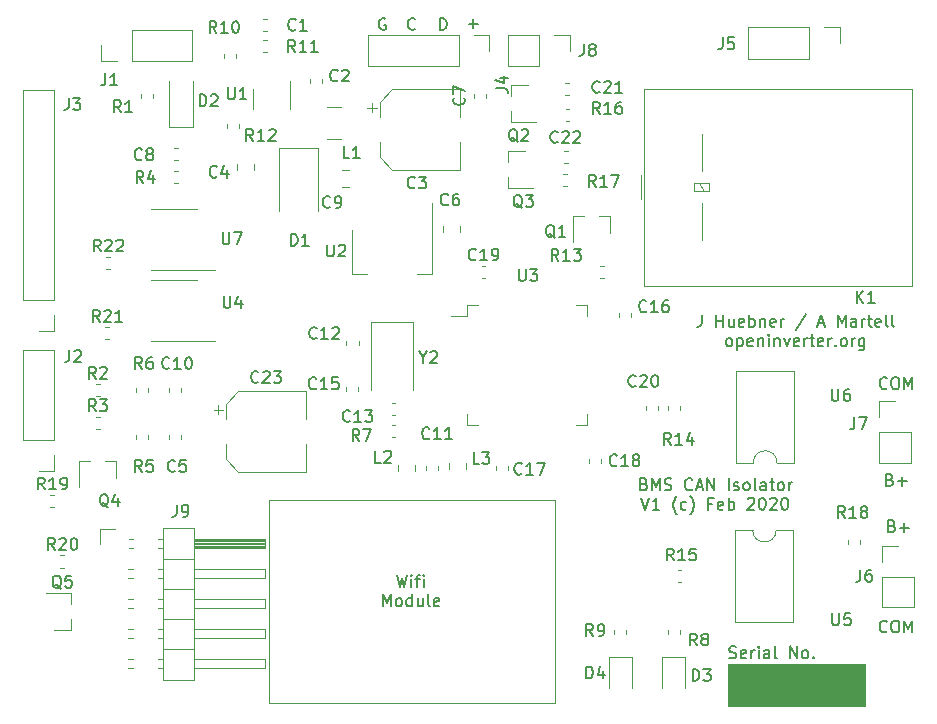
<source format=gbr>
G04 #@! TF.GenerationSoftware,KiCad,Pcbnew,(5.1.5)-3*
G04 #@! TF.CreationDate,2020-02-19T20:56:23+00:00*
G04 #@! TF.ProjectId,Isolator CAN SMT,49736f6c-6174-46f7-9220-43414e20534d,rev?*
G04 #@! TF.SameCoordinates,Original*
G04 #@! TF.FileFunction,Legend,Top*
G04 #@! TF.FilePolarity,Positive*
%FSLAX46Y46*%
G04 Gerber Fmt 4.6, Leading zero omitted, Abs format (unit mm)*
G04 Created by KiCad (PCBNEW (5.1.5)-3) date 2020-02-19 20:56:23*
%MOMM*%
%LPD*%
G04 APERTURE LIST*
%ADD10C,0.150000*%
%ADD11C,0.100000*%
%ADD12C,0.120000*%
G04 APERTURE END LIST*
D10*
X161973071Y-94892761D02*
X162115928Y-94940380D01*
X162354023Y-94940380D01*
X162449261Y-94892761D01*
X162496880Y-94845142D01*
X162544500Y-94749904D01*
X162544500Y-94654666D01*
X162496880Y-94559428D01*
X162449261Y-94511809D01*
X162354023Y-94464190D01*
X162163547Y-94416571D01*
X162068309Y-94368952D01*
X162020690Y-94321333D01*
X161973071Y-94226095D01*
X161973071Y-94130857D01*
X162020690Y-94035619D01*
X162068309Y-93988000D01*
X162163547Y-93940380D01*
X162401642Y-93940380D01*
X162544500Y-93988000D01*
X163354023Y-94892761D02*
X163258785Y-94940380D01*
X163068309Y-94940380D01*
X162973071Y-94892761D01*
X162925452Y-94797523D01*
X162925452Y-94416571D01*
X162973071Y-94321333D01*
X163068309Y-94273714D01*
X163258785Y-94273714D01*
X163354023Y-94321333D01*
X163401642Y-94416571D01*
X163401642Y-94511809D01*
X162925452Y-94607047D01*
X163830214Y-94940380D02*
X163830214Y-94273714D01*
X163830214Y-94464190D02*
X163877833Y-94368952D01*
X163925452Y-94321333D01*
X164020690Y-94273714D01*
X164115928Y-94273714D01*
X164449261Y-94940380D02*
X164449261Y-94273714D01*
X164449261Y-93940380D02*
X164401642Y-93988000D01*
X164449261Y-94035619D01*
X164496880Y-93988000D01*
X164449261Y-93940380D01*
X164449261Y-94035619D01*
X165354023Y-94940380D02*
X165354023Y-94416571D01*
X165306404Y-94321333D01*
X165211166Y-94273714D01*
X165020690Y-94273714D01*
X164925452Y-94321333D01*
X165354023Y-94892761D02*
X165258785Y-94940380D01*
X165020690Y-94940380D01*
X164925452Y-94892761D01*
X164877833Y-94797523D01*
X164877833Y-94702285D01*
X164925452Y-94607047D01*
X165020690Y-94559428D01*
X165258785Y-94559428D01*
X165354023Y-94511809D01*
X165973071Y-94940380D02*
X165877833Y-94892761D01*
X165830214Y-94797523D01*
X165830214Y-93940380D01*
X167115928Y-94940380D02*
X167115928Y-93940380D01*
X167687357Y-94940380D01*
X167687357Y-93940380D01*
X168306404Y-94940380D02*
X168211166Y-94892761D01*
X168163547Y-94845142D01*
X168115928Y-94749904D01*
X168115928Y-94464190D01*
X168163547Y-94368952D01*
X168211166Y-94321333D01*
X168306404Y-94273714D01*
X168449261Y-94273714D01*
X168544500Y-94321333D01*
X168592119Y-94368952D01*
X168639738Y-94464190D01*
X168639738Y-94749904D01*
X168592119Y-94845142D01*
X168544500Y-94892761D01*
X168449261Y-94940380D01*
X168306404Y-94940380D01*
X169068309Y-94845142D02*
X169115928Y-94892761D01*
X169068309Y-94940380D01*
X169020690Y-94892761D01*
X169068309Y-94845142D01*
X169068309Y-94940380D01*
D11*
G36*
X173418500Y-98996500D02*
G01*
X161861500Y-98996500D01*
X161861500Y-95440500D01*
X173418500Y-95440500D01*
X173418500Y-98996500D01*
G37*
X173418500Y-98996500D02*
X161861500Y-98996500D01*
X161861500Y-95440500D01*
X173418500Y-95440500D01*
X173418500Y-98996500D01*
D10*
X139890547Y-41219428D02*
X140652452Y-41219428D01*
X140271500Y-41600380D02*
X140271500Y-40838476D01*
X137469595Y-41727380D02*
X137469595Y-40727380D01*
X137707690Y-40727380D01*
X137850547Y-40775000D01*
X137945785Y-40870238D01*
X137993404Y-40965476D01*
X138041023Y-41155952D01*
X138041023Y-41298809D01*
X137993404Y-41489285D01*
X137945785Y-41584523D01*
X137850547Y-41679761D01*
X137707690Y-41727380D01*
X137469595Y-41727380D01*
X135374023Y-41632142D02*
X135326404Y-41679761D01*
X135183547Y-41727380D01*
X135088309Y-41727380D01*
X134945452Y-41679761D01*
X134850214Y-41584523D01*
X134802595Y-41489285D01*
X134754976Y-41298809D01*
X134754976Y-41155952D01*
X134802595Y-40965476D01*
X134850214Y-40870238D01*
X134945452Y-40775000D01*
X135088309Y-40727380D01*
X135183547Y-40727380D01*
X135326404Y-40775000D01*
X135374023Y-40822619D01*
X159624119Y-65873880D02*
X159624119Y-66588166D01*
X159576500Y-66731023D01*
X159481261Y-66826261D01*
X159338404Y-66873880D01*
X159243166Y-66873880D01*
X160862214Y-66873880D02*
X160862214Y-65873880D01*
X160862214Y-66350071D02*
X161433642Y-66350071D01*
X161433642Y-66873880D02*
X161433642Y-65873880D01*
X162338404Y-66207214D02*
X162338404Y-66873880D01*
X161909833Y-66207214D02*
X161909833Y-66731023D01*
X161957452Y-66826261D01*
X162052690Y-66873880D01*
X162195547Y-66873880D01*
X162290785Y-66826261D01*
X162338404Y-66778642D01*
X163195547Y-66826261D02*
X163100309Y-66873880D01*
X162909833Y-66873880D01*
X162814595Y-66826261D01*
X162766976Y-66731023D01*
X162766976Y-66350071D01*
X162814595Y-66254833D01*
X162909833Y-66207214D01*
X163100309Y-66207214D01*
X163195547Y-66254833D01*
X163243166Y-66350071D01*
X163243166Y-66445309D01*
X162766976Y-66540547D01*
X163671738Y-66873880D02*
X163671738Y-65873880D01*
X163671738Y-66254833D02*
X163766976Y-66207214D01*
X163957452Y-66207214D01*
X164052690Y-66254833D01*
X164100309Y-66302452D01*
X164147928Y-66397690D01*
X164147928Y-66683404D01*
X164100309Y-66778642D01*
X164052690Y-66826261D01*
X163957452Y-66873880D01*
X163766976Y-66873880D01*
X163671738Y-66826261D01*
X164576500Y-66207214D02*
X164576500Y-66873880D01*
X164576500Y-66302452D02*
X164624119Y-66254833D01*
X164719357Y-66207214D01*
X164862214Y-66207214D01*
X164957452Y-66254833D01*
X165005071Y-66350071D01*
X165005071Y-66873880D01*
X165862214Y-66826261D02*
X165766976Y-66873880D01*
X165576500Y-66873880D01*
X165481261Y-66826261D01*
X165433642Y-66731023D01*
X165433642Y-66350071D01*
X165481261Y-66254833D01*
X165576500Y-66207214D01*
X165766976Y-66207214D01*
X165862214Y-66254833D01*
X165909833Y-66350071D01*
X165909833Y-66445309D01*
X165433642Y-66540547D01*
X166338404Y-66873880D02*
X166338404Y-66207214D01*
X166338404Y-66397690D02*
X166386023Y-66302452D01*
X166433642Y-66254833D01*
X166528880Y-66207214D01*
X166624119Y-66207214D01*
X168433642Y-65826261D02*
X167576500Y-67111976D01*
X169481261Y-66588166D02*
X169957452Y-66588166D01*
X169386023Y-66873880D02*
X169719357Y-65873880D01*
X170052690Y-66873880D01*
X171147928Y-66873880D02*
X171147928Y-65873880D01*
X171481261Y-66588166D01*
X171814595Y-65873880D01*
X171814595Y-66873880D01*
X172719357Y-66873880D02*
X172719357Y-66350071D01*
X172671738Y-66254833D01*
X172576500Y-66207214D01*
X172386023Y-66207214D01*
X172290785Y-66254833D01*
X172719357Y-66826261D02*
X172624119Y-66873880D01*
X172386023Y-66873880D01*
X172290785Y-66826261D01*
X172243166Y-66731023D01*
X172243166Y-66635785D01*
X172290785Y-66540547D01*
X172386023Y-66492928D01*
X172624119Y-66492928D01*
X172719357Y-66445309D01*
X173195547Y-66873880D02*
X173195547Y-66207214D01*
X173195547Y-66397690D02*
X173243166Y-66302452D01*
X173290785Y-66254833D01*
X173386023Y-66207214D01*
X173481261Y-66207214D01*
X173671738Y-66207214D02*
X174052690Y-66207214D01*
X173814595Y-65873880D02*
X173814595Y-66731023D01*
X173862214Y-66826261D01*
X173957452Y-66873880D01*
X174052690Y-66873880D01*
X174766976Y-66826261D02*
X174671738Y-66873880D01*
X174481261Y-66873880D01*
X174386023Y-66826261D01*
X174338404Y-66731023D01*
X174338404Y-66350071D01*
X174386023Y-66254833D01*
X174481261Y-66207214D01*
X174671738Y-66207214D01*
X174766976Y-66254833D01*
X174814595Y-66350071D01*
X174814595Y-66445309D01*
X174338404Y-66540547D01*
X175386023Y-66873880D02*
X175290785Y-66826261D01*
X175243166Y-66731023D01*
X175243166Y-65873880D01*
X175909833Y-66873880D02*
X175814595Y-66826261D01*
X175766976Y-66731023D01*
X175766976Y-65873880D01*
X161886023Y-68523880D02*
X161790785Y-68476261D01*
X161743166Y-68428642D01*
X161695547Y-68333404D01*
X161695547Y-68047690D01*
X161743166Y-67952452D01*
X161790785Y-67904833D01*
X161886023Y-67857214D01*
X162028880Y-67857214D01*
X162124119Y-67904833D01*
X162171738Y-67952452D01*
X162219357Y-68047690D01*
X162219357Y-68333404D01*
X162171738Y-68428642D01*
X162124119Y-68476261D01*
X162028880Y-68523880D01*
X161886023Y-68523880D01*
X162647928Y-67857214D02*
X162647928Y-68857214D01*
X162647928Y-67904833D02*
X162743166Y-67857214D01*
X162933642Y-67857214D01*
X163028880Y-67904833D01*
X163076500Y-67952452D01*
X163124119Y-68047690D01*
X163124119Y-68333404D01*
X163076500Y-68428642D01*
X163028880Y-68476261D01*
X162933642Y-68523880D01*
X162743166Y-68523880D01*
X162647928Y-68476261D01*
X163933642Y-68476261D02*
X163838404Y-68523880D01*
X163647928Y-68523880D01*
X163552690Y-68476261D01*
X163505071Y-68381023D01*
X163505071Y-68000071D01*
X163552690Y-67904833D01*
X163647928Y-67857214D01*
X163838404Y-67857214D01*
X163933642Y-67904833D01*
X163981261Y-68000071D01*
X163981261Y-68095309D01*
X163505071Y-68190547D01*
X164409833Y-67857214D02*
X164409833Y-68523880D01*
X164409833Y-67952452D02*
X164457452Y-67904833D01*
X164552690Y-67857214D01*
X164695547Y-67857214D01*
X164790785Y-67904833D01*
X164838404Y-68000071D01*
X164838404Y-68523880D01*
X165314595Y-68523880D02*
X165314595Y-67857214D01*
X165314595Y-67523880D02*
X165266976Y-67571500D01*
X165314595Y-67619119D01*
X165362214Y-67571500D01*
X165314595Y-67523880D01*
X165314595Y-67619119D01*
X165790785Y-67857214D02*
X165790785Y-68523880D01*
X165790785Y-67952452D02*
X165838404Y-67904833D01*
X165933642Y-67857214D01*
X166076500Y-67857214D01*
X166171738Y-67904833D01*
X166219357Y-68000071D01*
X166219357Y-68523880D01*
X166600309Y-67857214D02*
X166838404Y-68523880D01*
X167076500Y-67857214D01*
X167838404Y-68476261D02*
X167743166Y-68523880D01*
X167552690Y-68523880D01*
X167457452Y-68476261D01*
X167409833Y-68381023D01*
X167409833Y-68000071D01*
X167457452Y-67904833D01*
X167552690Y-67857214D01*
X167743166Y-67857214D01*
X167838404Y-67904833D01*
X167886023Y-68000071D01*
X167886023Y-68095309D01*
X167409833Y-68190547D01*
X168314595Y-68523880D02*
X168314595Y-67857214D01*
X168314595Y-68047690D02*
X168362214Y-67952452D01*
X168409833Y-67904833D01*
X168505071Y-67857214D01*
X168600309Y-67857214D01*
X168790785Y-67857214D02*
X169171738Y-67857214D01*
X168933642Y-67523880D02*
X168933642Y-68381023D01*
X168981261Y-68476261D01*
X169076500Y-68523880D01*
X169171738Y-68523880D01*
X169886023Y-68476261D02*
X169790785Y-68523880D01*
X169600309Y-68523880D01*
X169505071Y-68476261D01*
X169457452Y-68381023D01*
X169457452Y-68000071D01*
X169505071Y-67904833D01*
X169600309Y-67857214D01*
X169790785Y-67857214D01*
X169886023Y-67904833D01*
X169933642Y-68000071D01*
X169933642Y-68095309D01*
X169457452Y-68190547D01*
X170362214Y-68523880D02*
X170362214Y-67857214D01*
X170362214Y-68047690D02*
X170409833Y-67952452D01*
X170457452Y-67904833D01*
X170552690Y-67857214D01*
X170647928Y-67857214D01*
X170981261Y-68428642D02*
X171028880Y-68476261D01*
X170981261Y-68523880D01*
X170933642Y-68476261D01*
X170981261Y-68428642D01*
X170981261Y-68523880D01*
X171600309Y-68523880D02*
X171505071Y-68476261D01*
X171457452Y-68428642D01*
X171409833Y-68333404D01*
X171409833Y-68047690D01*
X171457452Y-67952452D01*
X171505071Y-67904833D01*
X171600309Y-67857214D01*
X171743166Y-67857214D01*
X171838404Y-67904833D01*
X171886023Y-67952452D01*
X171933642Y-68047690D01*
X171933642Y-68333404D01*
X171886023Y-68428642D01*
X171838404Y-68476261D01*
X171743166Y-68523880D01*
X171600309Y-68523880D01*
X172362214Y-68523880D02*
X172362214Y-67857214D01*
X172362214Y-68047690D02*
X172409833Y-67952452D01*
X172457452Y-67904833D01*
X172552690Y-67857214D01*
X172647928Y-67857214D01*
X173409833Y-67857214D02*
X173409833Y-68666738D01*
X173362214Y-68761976D01*
X173314595Y-68809595D01*
X173219357Y-68857214D01*
X173076500Y-68857214D01*
X172981261Y-68809595D01*
X173409833Y-68476261D02*
X173314595Y-68523880D01*
X173124119Y-68523880D01*
X173028880Y-68476261D01*
X172981261Y-68428642D01*
X172933642Y-68333404D01*
X172933642Y-68047690D01*
X172981261Y-67952452D01*
X173028880Y-67904833D01*
X173124119Y-67857214D01*
X173314595Y-67857214D01*
X173409833Y-67904833D01*
X154734380Y-80193071D02*
X154877238Y-80240690D01*
X154924857Y-80288309D01*
X154972476Y-80383547D01*
X154972476Y-80526404D01*
X154924857Y-80621642D01*
X154877238Y-80669261D01*
X154782000Y-80716880D01*
X154401047Y-80716880D01*
X154401047Y-79716880D01*
X154734380Y-79716880D01*
X154829619Y-79764500D01*
X154877238Y-79812119D01*
X154924857Y-79907357D01*
X154924857Y-80002595D01*
X154877238Y-80097833D01*
X154829619Y-80145452D01*
X154734380Y-80193071D01*
X154401047Y-80193071D01*
X155401047Y-80716880D02*
X155401047Y-79716880D01*
X155734380Y-80431166D01*
X156067714Y-79716880D01*
X156067714Y-80716880D01*
X156496285Y-80669261D02*
X156639142Y-80716880D01*
X156877238Y-80716880D01*
X156972476Y-80669261D01*
X157020095Y-80621642D01*
X157067714Y-80526404D01*
X157067714Y-80431166D01*
X157020095Y-80335928D01*
X156972476Y-80288309D01*
X156877238Y-80240690D01*
X156686761Y-80193071D01*
X156591523Y-80145452D01*
X156543904Y-80097833D01*
X156496285Y-80002595D01*
X156496285Y-79907357D01*
X156543904Y-79812119D01*
X156591523Y-79764500D01*
X156686761Y-79716880D01*
X156924857Y-79716880D01*
X157067714Y-79764500D01*
X158829619Y-80621642D02*
X158782000Y-80669261D01*
X158639142Y-80716880D01*
X158543904Y-80716880D01*
X158401047Y-80669261D01*
X158305809Y-80574023D01*
X158258190Y-80478785D01*
X158210571Y-80288309D01*
X158210571Y-80145452D01*
X158258190Y-79954976D01*
X158305809Y-79859738D01*
X158401047Y-79764500D01*
X158543904Y-79716880D01*
X158639142Y-79716880D01*
X158782000Y-79764500D01*
X158829619Y-79812119D01*
X159210571Y-80431166D02*
X159686761Y-80431166D01*
X159115333Y-80716880D02*
X159448666Y-79716880D01*
X159782000Y-80716880D01*
X160115333Y-80716880D02*
X160115333Y-79716880D01*
X160686761Y-80716880D01*
X160686761Y-79716880D01*
X161924857Y-80716880D02*
X161924857Y-79716880D01*
X162353428Y-80669261D02*
X162448666Y-80716880D01*
X162639142Y-80716880D01*
X162734380Y-80669261D01*
X162782000Y-80574023D01*
X162782000Y-80526404D01*
X162734380Y-80431166D01*
X162639142Y-80383547D01*
X162496285Y-80383547D01*
X162401047Y-80335928D01*
X162353428Y-80240690D01*
X162353428Y-80193071D01*
X162401047Y-80097833D01*
X162496285Y-80050214D01*
X162639142Y-80050214D01*
X162734380Y-80097833D01*
X163353428Y-80716880D02*
X163258190Y-80669261D01*
X163210571Y-80621642D01*
X163162952Y-80526404D01*
X163162952Y-80240690D01*
X163210571Y-80145452D01*
X163258190Y-80097833D01*
X163353428Y-80050214D01*
X163496285Y-80050214D01*
X163591523Y-80097833D01*
X163639142Y-80145452D01*
X163686761Y-80240690D01*
X163686761Y-80526404D01*
X163639142Y-80621642D01*
X163591523Y-80669261D01*
X163496285Y-80716880D01*
X163353428Y-80716880D01*
X164258190Y-80716880D02*
X164162952Y-80669261D01*
X164115333Y-80574023D01*
X164115333Y-79716880D01*
X165067714Y-80716880D02*
X165067714Y-80193071D01*
X165020095Y-80097833D01*
X164924857Y-80050214D01*
X164734380Y-80050214D01*
X164639142Y-80097833D01*
X165067714Y-80669261D02*
X164972476Y-80716880D01*
X164734380Y-80716880D01*
X164639142Y-80669261D01*
X164591523Y-80574023D01*
X164591523Y-80478785D01*
X164639142Y-80383547D01*
X164734380Y-80335928D01*
X164972476Y-80335928D01*
X165067714Y-80288309D01*
X165401047Y-80050214D02*
X165782000Y-80050214D01*
X165543904Y-79716880D02*
X165543904Y-80574023D01*
X165591523Y-80669261D01*
X165686761Y-80716880D01*
X165782000Y-80716880D01*
X166258190Y-80716880D02*
X166162952Y-80669261D01*
X166115333Y-80621642D01*
X166067714Y-80526404D01*
X166067714Y-80240690D01*
X166115333Y-80145452D01*
X166162952Y-80097833D01*
X166258190Y-80050214D01*
X166401047Y-80050214D01*
X166496285Y-80097833D01*
X166543904Y-80145452D01*
X166591523Y-80240690D01*
X166591523Y-80526404D01*
X166543904Y-80621642D01*
X166496285Y-80669261D01*
X166401047Y-80716880D01*
X166258190Y-80716880D01*
X167020095Y-80716880D02*
X167020095Y-80050214D01*
X167020095Y-80240690D02*
X167067714Y-80145452D01*
X167115333Y-80097833D01*
X167210571Y-80050214D01*
X167305809Y-80050214D01*
X154520095Y-81366880D02*
X154853428Y-82366880D01*
X155186761Y-81366880D01*
X156043904Y-82366880D02*
X155472476Y-82366880D01*
X155758190Y-82366880D02*
X155758190Y-81366880D01*
X155662952Y-81509738D01*
X155567714Y-81604976D01*
X155472476Y-81652595D01*
X157520095Y-82747833D02*
X157472476Y-82700214D01*
X157377238Y-82557357D01*
X157329619Y-82462119D01*
X157282000Y-82319261D01*
X157234380Y-82081166D01*
X157234380Y-81890690D01*
X157282000Y-81652595D01*
X157329619Y-81509738D01*
X157377238Y-81414500D01*
X157472476Y-81271642D01*
X157520095Y-81224023D01*
X158329619Y-82319261D02*
X158234380Y-82366880D01*
X158043904Y-82366880D01*
X157948666Y-82319261D01*
X157901047Y-82271642D01*
X157853428Y-82176404D01*
X157853428Y-81890690D01*
X157901047Y-81795452D01*
X157948666Y-81747833D01*
X158043904Y-81700214D01*
X158234380Y-81700214D01*
X158329619Y-81747833D01*
X158662952Y-82747833D02*
X158710571Y-82700214D01*
X158805809Y-82557357D01*
X158853428Y-82462119D01*
X158901047Y-82319261D01*
X158948666Y-82081166D01*
X158948666Y-81890690D01*
X158901047Y-81652595D01*
X158853428Y-81509738D01*
X158805809Y-81414500D01*
X158710571Y-81271642D01*
X158662952Y-81224023D01*
X160520095Y-81843071D02*
X160186761Y-81843071D01*
X160186761Y-82366880D02*
X160186761Y-81366880D01*
X160662952Y-81366880D01*
X161424857Y-82319261D02*
X161329619Y-82366880D01*
X161139142Y-82366880D01*
X161043904Y-82319261D01*
X160996285Y-82224023D01*
X160996285Y-81843071D01*
X161043904Y-81747833D01*
X161139142Y-81700214D01*
X161329619Y-81700214D01*
X161424857Y-81747833D01*
X161472476Y-81843071D01*
X161472476Y-81938309D01*
X160996285Y-82033547D01*
X161901047Y-82366880D02*
X161901047Y-81366880D01*
X161901047Y-81747833D02*
X161996285Y-81700214D01*
X162186761Y-81700214D01*
X162282000Y-81747833D01*
X162329619Y-81795452D01*
X162377238Y-81890690D01*
X162377238Y-82176404D01*
X162329619Y-82271642D01*
X162282000Y-82319261D01*
X162186761Y-82366880D01*
X161996285Y-82366880D01*
X161901047Y-82319261D01*
X163520095Y-81462119D02*
X163567714Y-81414500D01*
X163662952Y-81366880D01*
X163901047Y-81366880D01*
X163996285Y-81414500D01*
X164043904Y-81462119D01*
X164091523Y-81557357D01*
X164091523Y-81652595D01*
X164043904Y-81795452D01*
X163472476Y-82366880D01*
X164091523Y-82366880D01*
X164710571Y-81366880D02*
X164805809Y-81366880D01*
X164901047Y-81414500D01*
X164948666Y-81462119D01*
X164996285Y-81557357D01*
X165043904Y-81747833D01*
X165043904Y-81985928D01*
X164996285Y-82176404D01*
X164948666Y-82271642D01*
X164901047Y-82319261D01*
X164805809Y-82366880D01*
X164710571Y-82366880D01*
X164615333Y-82319261D01*
X164567714Y-82271642D01*
X164520095Y-82176404D01*
X164472476Y-81985928D01*
X164472476Y-81747833D01*
X164520095Y-81557357D01*
X164567714Y-81462119D01*
X164615333Y-81414500D01*
X164710571Y-81366880D01*
X165424857Y-81462119D02*
X165472476Y-81414500D01*
X165567714Y-81366880D01*
X165805809Y-81366880D01*
X165901047Y-81414500D01*
X165948666Y-81462119D01*
X165996285Y-81557357D01*
X165996285Y-81652595D01*
X165948666Y-81795452D01*
X165377238Y-82366880D01*
X165996285Y-82366880D01*
X166615333Y-81366880D02*
X166710571Y-81366880D01*
X166805809Y-81414500D01*
X166853428Y-81462119D01*
X166901047Y-81557357D01*
X166948666Y-81747833D01*
X166948666Y-81985928D01*
X166901047Y-82176404D01*
X166853428Y-82271642D01*
X166805809Y-82319261D01*
X166710571Y-82366880D01*
X166615333Y-82366880D01*
X166520095Y-82319261D01*
X166472476Y-82271642D01*
X166424857Y-82176404D01*
X166377238Y-81985928D01*
X166377238Y-81747833D01*
X166424857Y-81557357D01*
X166472476Y-81462119D01*
X166520095Y-81414500D01*
X166615333Y-81366880D01*
X175314285Y-72057142D02*
X175266666Y-72104761D01*
X175123809Y-72152380D01*
X175028571Y-72152380D01*
X174885714Y-72104761D01*
X174790476Y-72009523D01*
X174742857Y-71914285D01*
X174695238Y-71723809D01*
X174695238Y-71580952D01*
X174742857Y-71390476D01*
X174790476Y-71295238D01*
X174885714Y-71200000D01*
X175028571Y-71152380D01*
X175123809Y-71152380D01*
X175266666Y-71200000D01*
X175314285Y-71247619D01*
X175933333Y-71152380D02*
X176123809Y-71152380D01*
X176219047Y-71200000D01*
X176314285Y-71295238D01*
X176361904Y-71485714D01*
X176361904Y-71819047D01*
X176314285Y-72009523D01*
X176219047Y-72104761D01*
X176123809Y-72152380D01*
X175933333Y-72152380D01*
X175838095Y-72104761D01*
X175742857Y-72009523D01*
X175695238Y-71819047D01*
X175695238Y-71485714D01*
X175742857Y-71295238D01*
X175838095Y-71200000D01*
X175933333Y-71152380D01*
X176790476Y-72152380D02*
X176790476Y-71152380D01*
X177123809Y-71866666D01*
X177457142Y-71152380D01*
X177457142Y-72152380D01*
X175552380Y-79828571D02*
X175695238Y-79876190D01*
X175742857Y-79923809D01*
X175790476Y-80019047D01*
X175790476Y-80161904D01*
X175742857Y-80257142D01*
X175695238Y-80304761D01*
X175600000Y-80352380D01*
X175219047Y-80352380D01*
X175219047Y-79352380D01*
X175552380Y-79352380D01*
X175647619Y-79400000D01*
X175695238Y-79447619D01*
X175742857Y-79542857D01*
X175742857Y-79638095D01*
X175695238Y-79733333D01*
X175647619Y-79780952D01*
X175552380Y-79828571D01*
X175219047Y-79828571D01*
X176219047Y-79971428D02*
X176980952Y-79971428D01*
X176600000Y-80352380D02*
X176600000Y-79590476D01*
X175314285Y-92657142D02*
X175266666Y-92704761D01*
X175123809Y-92752380D01*
X175028571Y-92752380D01*
X174885714Y-92704761D01*
X174790476Y-92609523D01*
X174742857Y-92514285D01*
X174695238Y-92323809D01*
X174695238Y-92180952D01*
X174742857Y-91990476D01*
X174790476Y-91895238D01*
X174885714Y-91800000D01*
X175028571Y-91752380D01*
X175123809Y-91752380D01*
X175266666Y-91800000D01*
X175314285Y-91847619D01*
X175933333Y-91752380D02*
X176123809Y-91752380D01*
X176219047Y-91800000D01*
X176314285Y-91895238D01*
X176361904Y-92085714D01*
X176361904Y-92419047D01*
X176314285Y-92609523D01*
X176219047Y-92704761D01*
X176123809Y-92752380D01*
X175933333Y-92752380D01*
X175838095Y-92704761D01*
X175742857Y-92609523D01*
X175695238Y-92419047D01*
X175695238Y-92085714D01*
X175742857Y-91895238D01*
X175838095Y-91800000D01*
X175933333Y-91752380D01*
X176790476Y-92752380D02*
X176790476Y-91752380D01*
X177123809Y-92466666D01*
X177457142Y-91752380D01*
X177457142Y-92752380D01*
X175752380Y-83728571D02*
X175895238Y-83776190D01*
X175942857Y-83823809D01*
X175990476Y-83919047D01*
X175990476Y-84061904D01*
X175942857Y-84157142D01*
X175895238Y-84204761D01*
X175800000Y-84252380D01*
X175419047Y-84252380D01*
X175419047Y-83252380D01*
X175752380Y-83252380D01*
X175847619Y-83300000D01*
X175895238Y-83347619D01*
X175942857Y-83442857D01*
X175942857Y-83538095D01*
X175895238Y-83633333D01*
X175847619Y-83680952D01*
X175752380Y-83728571D01*
X175419047Y-83728571D01*
X176419047Y-83871428D02*
X177180952Y-83871428D01*
X176800000Y-84252380D02*
X176800000Y-83490476D01*
X132849904Y-40775000D02*
X132754666Y-40727380D01*
X132611809Y-40727380D01*
X132468952Y-40775000D01*
X132373714Y-40870238D01*
X132326095Y-40965476D01*
X132278476Y-41155952D01*
X132278476Y-41298809D01*
X132326095Y-41489285D01*
X132373714Y-41584523D01*
X132468952Y-41679761D01*
X132611809Y-41727380D01*
X132707047Y-41727380D01*
X132849904Y-41679761D01*
X132897523Y-41632142D01*
X132897523Y-41298809D01*
X132707047Y-41298809D01*
X133809523Y-87877380D02*
X134047619Y-88877380D01*
X134238095Y-88163095D01*
X134428571Y-88877380D01*
X134666666Y-87877380D01*
X135047619Y-88877380D02*
X135047619Y-88210714D01*
X135047619Y-87877380D02*
X135000000Y-87925000D01*
X135047619Y-87972619D01*
X135095238Y-87925000D01*
X135047619Y-87877380D01*
X135047619Y-87972619D01*
X135380952Y-88210714D02*
X135761904Y-88210714D01*
X135523809Y-88877380D02*
X135523809Y-88020238D01*
X135571428Y-87925000D01*
X135666666Y-87877380D01*
X135761904Y-87877380D01*
X136095238Y-88877380D02*
X136095238Y-88210714D01*
X136095238Y-87877380D02*
X136047619Y-87925000D01*
X136095238Y-87972619D01*
X136142857Y-87925000D01*
X136095238Y-87877380D01*
X136095238Y-87972619D01*
X132619047Y-90527380D02*
X132619047Y-89527380D01*
X132952380Y-90241666D01*
X133285714Y-89527380D01*
X133285714Y-90527380D01*
X133904761Y-90527380D02*
X133809523Y-90479761D01*
X133761904Y-90432142D01*
X133714285Y-90336904D01*
X133714285Y-90051190D01*
X133761904Y-89955952D01*
X133809523Y-89908333D01*
X133904761Y-89860714D01*
X134047619Y-89860714D01*
X134142857Y-89908333D01*
X134190476Y-89955952D01*
X134238095Y-90051190D01*
X134238095Y-90336904D01*
X134190476Y-90432142D01*
X134142857Y-90479761D01*
X134047619Y-90527380D01*
X133904761Y-90527380D01*
X135095238Y-90527380D02*
X135095238Y-89527380D01*
X135095238Y-90479761D02*
X135000000Y-90527380D01*
X134809523Y-90527380D01*
X134714285Y-90479761D01*
X134666666Y-90432142D01*
X134619047Y-90336904D01*
X134619047Y-90051190D01*
X134666666Y-89955952D01*
X134714285Y-89908333D01*
X134809523Y-89860714D01*
X135000000Y-89860714D01*
X135095238Y-89908333D01*
X136000000Y-89860714D02*
X136000000Y-90527380D01*
X135571428Y-89860714D02*
X135571428Y-90384523D01*
X135619047Y-90479761D01*
X135714285Y-90527380D01*
X135857142Y-90527380D01*
X135952380Y-90479761D01*
X136000000Y-90432142D01*
X136619047Y-90527380D02*
X136523809Y-90479761D01*
X136476190Y-90384523D01*
X136476190Y-89527380D01*
X137380952Y-90479761D02*
X137285714Y-90527380D01*
X137095238Y-90527380D01*
X137000000Y-90479761D01*
X136952380Y-90384523D01*
X136952380Y-90003571D01*
X137000000Y-89908333D01*
X137095238Y-89860714D01*
X137285714Y-89860714D01*
X137380952Y-89908333D01*
X137428571Y-90003571D01*
X137428571Y-90098809D01*
X136952380Y-90194047D01*
D12*
X147250000Y-98750000D02*
X123000000Y-98750000D01*
X147250000Y-81500000D02*
X147250000Y-98750000D01*
X123000000Y-81500000D02*
X147250000Y-81500000D01*
X123000000Y-98750000D02*
X123000000Y-81500000D01*
X148459500Y-42167500D02*
X148459500Y-43497500D01*
X147129500Y-42167500D02*
X148459500Y-42167500D01*
X145859500Y-42167500D02*
X145859500Y-44827500D01*
X145859500Y-44827500D02*
X143259500Y-44827500D01*
X145859500Y-42167500D02*
X143259500Y-42167500D01*
X143259500Y-42167500D02*
X143259500Y-44827500D01*
X171319500Y-41532500D02*
X171319500Y-42862500D01*
X169989500Y-41532500D02*
X171319500Y-41532500D01*
X168719500Y-41532500D02*
X168719500Y-44192500D01*
X168719500Y-44192500D02*
X163579500Y-44192500D01*
X168719500Y-41532500D02*
X163579500Y-41532500D01*
X163579500Y-41532500D02*
X163579500Y-44192500D01*
X114935000Y-62059500D02*
X118385000Y-62059500D01*
X114935000Y-62059500D02*
X112985000Y-62059500D01*
X114935000Y-56939500D02*
X116885000Y-56939500D01*
X114935000Y-56939500D02*
X112985000Y-56939500D01*
X139733500Y-65944000D02*
X138393500Y-65944000D01*
X139733500Y-64994000D02*
X139733500Y-65944000D01*
X140683500Y-64994000D02*
X139733500Y-64994000D01*
X149953500Y-64994000D02*
X149953500Y-65944000D01*
X149003500Y-64994000D02*
X149953500Y-64994000D01*
X139733500Y-75214000D02*
X139733500Y-74264000D01*
X140683500Y-75214000D02*
X139733500Y-75214000D01*
X149953500Y-75214000D02*
X149953500Y-74264000D01*
X149003500Y-75214000D02*
X149953500Y-75214000D01*
X109222221Y-61978000D02*
X109547779Y-61978000D01*
X109222221Y-60958000D02*
X109547779Y-60958000D01*
X104835000Y-67243000D02*
X103505000Y-67243000D01*
X104835000Y-65913000D02*
X104835000Y-67243000D01*
X104835000Y-64643000D02*
X102175000Y-64643000D01*
X102175000Y-64643000D02*
X102175000Y-46803000D01*
X104835000Y-64643000D02*
X104835000Y-46803000D01*
X104835000Y-46803000D02*
X102175000Y-46803000D01*
X108779000Y-44383000D02*
X108779000Y-43053000D01*
X110109000Y-44383000D02*
X108779000Y-44383000D01*
X111379000Y-44383000D02*
X111379000Y-41723000D01*
X111379000Y-41723000D02*
X116519000Y-41723000D01*
X111379000Y-44383000D02*
X116519000Y-44383000D01*
X116519000Y-44383000D02*
X116519000Y-41723000D01*
X159616500Y-53704500D02*
X159616500Y-50554500D01*
X159616500Y-59554500D02*
X159616500Y-56404500D01*
X154506500Y-56054500D02*
X154506500Y-54054500D01*
X160216500Y-55404500D02*
X160216500Y-54704500D01*
X159016500Y-55404500D02*
X160216500Y-55404500D01*
X159016500Y-54704500D02*
X159016500Y-55404500D01*
X160216500Y-54704500D02*
X159016500Y-54704500D01*
X159816500Y-55404500D02*
X159416500Y-54704500D01*
X177466500Y-63404500D02*
X177466500Y-46704500D01*
X154766500Y-63404500D02*
X177466500Y-63404500D01*
X154766500Y-46704500D02*
X154766500Y-63404500D01*
X177466500Y-46704500D02*
X154766500Y-46704500D01*
X127127000Y-51699000D02*
X123827000Y-51699000D01*
X123827000Y-51699000D02*
X123827000Y-57099000D01*
X127127000Y-51699000D02*
X127127000Y-57099000D01*
X162550000Y-78370000D02*
X164000000Y-78370000D01*
X162550000Y-70630000D02*
X162550000Y-78370000D01*
X167450000Y-70630000D02*
X162550000Y-70630000D01*
X167450000Y-78370000D02*
X167450000Y-70630000D01*
X166000000Y-78370000D02*
X167450000Y-78370000D01*
X164000000Y-78370000D02*
G75*
G02X166000000Y-78370000I1000000J0D01*
G01*
X167390000Y-84090000D02*
X165940000Y-84090000D01*
X167390000Y-91830000D02*
X167390000Y-84090000D01*
X162490000Y-91830000D02*
X167390000Y-91830000D01*
X162490000Y-84090000D02*
X162490000Y-91830000D01*
X163940000Y-84090000D02*
X162490000Y-84090000D01*
X165940000Y-84090000D02*
G75*
G02X163940000Y-84090000I-1000000J0D01*
G01*
X122852279Y-40839000D02*
X122526721Y-40839000D01*
X122852279Y-41859000D02*
X122526721Y-41859000D01*
X127487000Y-46261779D02*
X127487000Y-45936221D01*
X126467000Y-46261779D02*
X126467000Y-45936221D01*
X131719250Y-47923750D02*
X131719250Y-48711250D01*
X131325500Y-48317500D02*
X132113000Y-48317500D01*
X132353000Y-52510563D02*
X133417437Y-53575000D01*
X132353000Y-47819437D02*
X133417437Y-46755000D01*
X132353000Y-47819437D02*
X132353000Y-49105000D01*
X132353000Y-52510563D02*
X132353000Y-51225000D01*
X133417437Y-53575000D02*
X139173000Y-53575000D01*
X133417437Y-46755000D02*
X139173000Y-46755000D01*
X139173000Y-46755000D02*
X139173000Y-49105000D01*
X139173000Y-53575000D02*
X139173000Y-51225000D01*
X121687000Y-53090422D02*
X121687000Y-53607578D01*
X120267000Y-53090422D02*
X120267000Y-53607578D01*
X114490000Y-76049721D02*
X114490000Y-76375279D01*
X115510000Y-76049721D02*
X115510000Y-76375279D01*
X137720000Y-58854078D02*
X137720000Y-58336922D01*
X139140000Y-58854078D02*
X139140000Y-58336922D01*
X141353000Y-47144721D02*
X141353000Y-47470279D01*
X140333000Y-47144721D02*
X140333000Y-47470279D01*
X114939221Y-51717000D02*
X115264779Y-51717000D01*
X114939221Y-52737000D02*
X115264779Y-52737000D01*
X129735578Y-53639000D02*
X129218422Y-53639000D01*
X129735578Y-55059000D02*
X129218422Y-55059000D01*
X115510000Y-72087221D02*
X115510000Y-72412779D01*
X114490000Y-72087221D02*
X114490000Y-72412779D01*
X137289000Y-78640721D02*
X137289000Y-78966279D01*
X136269000Y-78640721D02*
X136269000Y-78966279D01*
X129556500Y-68083221D02*
X129556500Y-68408779D01*
X130576500Y-68083221D02*
X130576500Y-68408779D01*
X133703279Y-74360500D02*
X133377721Y-74360500D01*
X133703279Y-73340500D02*
X133377721Y-73340500D01*
X130540000Y-71948221D02*
X130540000Y-72273779D01*
X129520000Y-71948221D02*
X129520000Y-72273779D01*
X152588500Y-65724721D02*
X152588500Y-66050279D01*
X153608500Y-65724721D02*
X153608500Y-66050279D01*
X142174500Y-78704221D02*
X142174500Y-79029779D01*
X143194500Y-78704221D02*
X143194500Y-79029779D01*
X150057000Y-78056221D02*
X150057000Y-78381779D01*
X151077000Y-78056221D02*
X151077000Y-78381779D01*
X140997721Y-61720000D02*
X141323279Y-61720000D01*
X140997721Y-62740000D02*
X141323279Y-62740000D01*
X155958000Y-73587221D02*
X155958000Y-73912779D01*
X154938000Y-73587221D02*
X154938000Y-73912779D01*
X148392779Y-46222000D02*
X148067221Y-46222000D01*
X148392779Y-47242000D02*
X148067221Y-47242000D01*
X148308279Y-53024500D02*
X147982721Y-53024500D01*
X148308279Y-52004500D02*
X147982721Y-52004500D01*
X126160000Y-79160000D02*
X126160000Y-76810000D01*
X126160000Y-72340000D02*
X126160000Y-74690000D01*
X120404437Y-72340000D02*
X126160000Y-72340000D01*
X120404437Y-79160000D02*
X126160000Y-79160000D01*
X119340000Y-78095563D02*
X119340000Y-76810000D01*
X119340000Y-73404437D02*
X119340000Y-74690000D01*
X119340000Y-73404437D02*
X120404437Y-72340000D01*
X119340000Y-78095563D02*
X120404437Y-79160000D01*
X118312500Y-73902500D02*
X119100000Y-73902500D01*
X118706250Y-73508750D02*
X118706250Y-74296250D01*
X114570000Y-50002000D02*
X116570000Y-50002000D01*
X116570000Y-50002000D02*
X116570000Y-46102000D01*
X114570000Y-50002000D02*
X114570000Y-46102000D01*
X158210000Y-97500000D02*
X158210000Y-94815000D01*
X158210000Y-94815000D02*
X156290000Y-94815000D01*
X156290000Y-94815000D02*
X156290000Y-97500000D01*
X151790000Y-94815000D02*
X151790000Y-97500000D01*
X153710000Y-94815000D02*
X151790000Y-94815000D01*
X153710000Y-97500000D02*
X153710000Y-94815000D01*
X104830000Y-68800000D02*
X102170000Y-68800000D01*
X104830000Y-76480000D02*
X104830000Y-68800000D01*
X102170000Y-76480000D02*
X102170000Y-68800000D01*
X104830000Y-76480000D02*
X102170000Y-76480000D01*
X104830000Y-77750000D02*
X104830000Y-79080000D01*
X104830000Y-79080000D02*
X103500000Y-79080000D01*
X141665000Y-42167500D02*
X141665000Y-43497500D01*
X140335000Y-42167500D02*
X141665000Y-42167500D01*
X139065000Y-42167500D02*
X139065000Y-44827500D01*
X139065000Y-44827500D02*
X131385000Y-44827500D01*
X139065000Y-42167500D02*
X131385000Y-42167500D01*
X131385000Y-42167500D02*
X131385000Y-44827500D01*
X174920000Y-85420000D02*
X176250000Y-85420000D01*
X174920000Y-86750000D02*
X174920000Y-85420000D01*
X174920000Y-88020000D02*
X177580000Y-88020000D01*
X177580000Y-88020000D02*
X177580000Y-90620000D01*
X174920000Y-88020000D02*
X174920000Y-90620000D01*
X174920000Y-90620000D02*
X177580000Y-90620000D01*
X174670000Y-78370000D02*
X177330000Y-78370000D01*
X174670000Y-75770000D02*
X174670000Y-78370000D01*
X177330000Y-75770000D02*
X177330000Y-78370000D01*
X174670000Y-75770000D02*
X177330000Y-75770000D01*
X174670000Y-74500000D02*
X174670000Y-73170000D01*
X174670000Y-73170000D02*
X176000000Y-73170000D01*
X113980000Y-83920000D02*
X113980000Y-96740000D01*
X113980000Y-96740000D02*
X116640000Y-96740000D01*
X116640000Y-96740000D02*
X116640000Y-83920000D01*
X116640000Y-83920000D02*
X113980000Y-83920000D01*
X116640000Y-84870000D02*
X122640000Y-84870000D01*
X122640000Y-84870000D02*
X122640000Y-85630000D01*
X122640000Y-85630000D02*
X116640000Y-85630000D01*
X116640000Y-84930000D02*
X122640000Y-84930000D01*
X116640000Y-85050000D02*
X122640000Y-85050000D01*
X116640000Y-85170000D02*
X122640000Y-85170000D01*
X116640000Y-85290000D02*
X122640000Y-85290000D01*
X116640000Y-85410000D02*
X122640000Y-85410000D01*
X116640000Y-85530000D02*
X122640000Y-85530000D01*
X113582929Y-84870000D02*
X113980000Y-84870000D01*
X113582929Y-85630000D02*
X113980000Y-85630000D01*
X111110000Y-84870000D02*
X111497071Y-84870000D01*
X111110000Y-85630000D02*
X111497071Y-85630000D01*
X113980000Y-86520000D02*
X116640000Y-86520000D01*
X116640000Y-87410000D02*
X122640000Y-87410000D01*
X122640000Y-87410000D02*
X122640000Y-88170000D01*
X122640000Y-88170000D02*
X116640000Y-88170000D01*
X113582929Y-87410000D02*
X113980000Y-87410000D01*
X113582929Y-88170000D02*
X113980000Y-88170000D01*
X111042929Y-87410000D02*
X111497071Y-87410000D01*
X111042929Y-88170000D02*
X111497071Y-88170000D01*
X113980000Y-89060000D02*
X116640000Y-89060000D01*
X116640000Y-89950000D02*
X122640000Y-89950000D01*
X122640000Y-89950000D02*
X122640000Y-90710000D01*
X122640000Y-90710000D02*
X116640000Y-90710000D01*
X113582929Y-89950000D02*
X113980000Y-89950000D01*
X113582929Y-90710000D02*
X113980000Y-90710000D01*
X111042929Y-89950000D02*
X111497071Y-89950000D01*
X111042929Y-90710000D02*
X111497071Y-90710000D01*
X113980000Y-91600000D02*
X116640000Y-91600000D01*
X116640000Y-92490000D02*
X122640000Y-92490000D01*
X122640000Y-92490000D02*
X122640000Y-93250000D01*
X122640000Y-93250000D02*
X116640000Y-93250000D01*
X113582929Y-92490000D02*
X113980000Y-92490000D01*
X113582929Y-93250000D02*
X113980000Y-93250000D01*
X111042929Y-92490000D02*
X111497071Y-92490000D01*
X111042929Y-93250000D02*
X111497071Y-93250000D01*
X113980000Y-94140000D02*
X116640000Y-94140000D01*
X116640000Y-95030000D02*
X122640000Y-95030000D01*
X122640000Y-95030000D02*
X122640000Y-95790000D01*
X122640000Y-95790000D02*
X116640000Y-95790000D01*
X113582929Y-95030000D02*
X113980000Y-95030000D01*
X113582929Y-95790000D02*
X113980000Y-95790000D01*
X111042929Y-95030000D02*
X111497071Y-95030000D01*
X111042929Y-95790000D02*
X111497071Y-95790000D01*
X108730000Y-85250000D02*
X108730000Y-83980000D01*
X108730000Y-83980000D02*
X110000000Y-83980000D01*
X127874936Y-48239000D02*
X129079064Y-48239000D01*
X127874936Y-50959000D02*
X129079064Y-50959000D01*
X135330000Y-78544922D02*
X135330000Y-79062078D01*
X133910000Y-78544922D02*
X133910000Y-79062078D01*
X139648000Y-78935078D02*
X139648000Y-78417922D01*
X138228000Y-78935078D02*
X138228000Y-78417922D01*
X110080000Y-78240000D02*
X110080000Y-79700000D01*
X106920000Y-78240000D02*
X106920000Y-80400000D01*
X106920000Y-78240000D02*
X107850000Y-78240000D01*
X110080000Y-78240000D02*
X109150000Y-78240000D01*
X106260000Y-92580000D02*
X106260000Y-91650000D01*
X106260000Y-89420000D02*
X106260000Y-90350000D01*
X106260000Y-89420000D02*
X104100000Y-89420000D01*
X106260000Y-92580000D02*
X104800000Y-92580000D01*
X112139000Y-47208221D02*
X112139000Y-47533779D01*
X113159000Y-47208221D02*
X113159000Y-47533779D01*
X108337221Y-71740000D02*
X108662779Y-71740000D01*
X108337221Y-72760000D02*
X108662779Y-72760000D01*
X108337221Y-75510000D02*
X108662779Y-75510000D01*
X108337221Y-74490000D02*
X108662779Y-74490000D01*
X115264779Y-54737000D02*
X114939221Y-54737000D01*
X115264779Y-53717000D02*
X114939221Y-53717000D01*
X111740000Y-76375279D02*
X111740000Y-76049721D01*
X112760000Y-76375279D02*
X112760000Y-76049721D01*
X111740000Y-72412779D02*
X111740000Y-72087221D01*
X112760000Y-72412779D02*
X112760000Y-72087221D01*
X133377721Y-76202000D02*
X133703279Y-76202000D01*
X133377721Y-75182000D02*
X133703279Y-75182000D01*
X156740000Y-92587221D02*
X156740000Y-92912779D01*
X157760000Y-92587221D02*
X157760000Y-92912779D01*
X153260000Y-92587221D02*
X153260000Y-92912779D01*
X152240000Y-92587221D02*
X152240000Y-92912779D01*
X119167000Y-43786221D02*
X119167000Y-44111779D01*
X120187000Y-43786221D02*
X120187000Y-44111779D01*
X122852279Y-43609000D02*
X122526721Y-43609000D01*
X122852279Y-42589000D02*
X122526721Y-42589000D01*
X119467000Y-49686221D02*
X119467000Y-50011779D01*
X120487000Y-49686221D02*
X120487000Y-50011779D01*
X151370779Y-61759500D02*
X151045221Y-61759500D01*
X151370779Y-62779500D02*
X151045221Y-62779500D01*
X156740000Y-73912779D02*
X156740000Y-73587221D01*
X157760000Y-73912779D02*
X157760000Y-73587221D01*
X157912779Y-87490000D02*
X157587221Y-87490000D01*
X157912779Y-88510000D02*
X157587221Y-88510000D01*
X148430279Y-49492000D02*
X148104721Y-49492000D01*
X148430279Y-48472000D02*
X148104721Y-48472000D01*
X148244779Y-53973000D02*
X147919221Y-53973000D01*
X148244779Y-54993000D02*
X147919221Y-54993000D01*
X171990000Y-85262779D02*
X171990000Y-84937221D01*
X173010000Y-85262779D02*
X173010000Y-84937221D01*
X104437221Y-82171000D02*
X104762779Y-82171000D01*
X104437221Y-81151000D02*
X104762779Y-81151000D01*
X105337221Y-86240000D02*
X105662779Y-86240000D01*
X105337221Y-87260000D02*
X105662779Y-87260000D01*
X109143721Y-66928000D02*
X109469279Y-66928000D01*
X109143721Y-67948000D02*
X109469279Y-67948000D01*
X121667000Y-46719000D02*
X121667000Y-48479000D01*
X124737000Y-48479000D02*
X124737000Y-46049000D01*
X130003500Y-62425500D02*
X131263500Y-62425500D01*
X136823500Y-62425500D02*
X135563500Y-62425500D01*
X130003500Y-58665500D02*
X130003500Y-62425500D01*
X136823500Y-56415500D02*
X136823500Y-62425500D01*
X114956500Y-62928000D02*
X113006500Y-62928000D01*
X114956500Y-62928000D02*
X116906500Y-62928000D01*
X114956500Y-68048000D02*
X113006500Y-68048000D01*
X114956500Y-68048000D02*
X118406500Y-68048000D01*
X135216500Y-72196000D02*
X135216500Y-66446000D01*
X135216500Y-66446000D02*
X131616500Y-66446000D01*
X131616500Y-66446000D02*
X131616500Y-72196000D01*
X151884500Y-57509500D02*
X150954500Y-57509500D01*
X148724500Y-57509500D02*
X149654500Y-57509500D01*
X148724500Y-57509500D02*
X148724500Y-59669500D01*
X151884500Y-57509500D02*
X151884500Y-58969500D01*
X143470000Y-46402000D02*
X144930000Y-46402000D01*
X143470000Y-49562000D02*
X145630000Y-49562000D01*
X143470000Y-49562000D02*
X143470000Y-48632000D01*
X143470000Y-46402000D02*
X143470000Y-47332000D01*
X143207000Y-51990000D02*
X143207000Y-52920000D01*
X143207000Y-55150000D02*
X143207000Y-54220000D01*
X143207000Y-55150000D02*
X145367000Y-55150000D01*
X143207000Y-51990000D02*
X144667000Y-51990000D01*
D10*
X149653666Y-42949880D02*
X149653666Y-43664166D01*
X149606047Y-43807023D01*
X149510809Y-43902261D01*
X149367952Y-43949880D01*
X149272714Y-43949880D01*
X150272714Y-43378452D02*
X150177476Y-43330833D01*
X150129857Y-43283214D01*
X150082238Y-43187976D01*
X150082238Y-43140357D01*
X150129857Y-43045119D01*
X150177476Y-42997500D01*
X150272714Y-42949880D01*
X150463190Y-42949880D01*
X150558428Y-42997500D01*
X150606047Y-43045119D01*
X150653666Y-43140357D01*
X150653666Y-43187976D01*
X150606047Y-43283214D01*
X150558428Y-43330833D01*
X150463190Y-43378452D01*
X150272714Y-43378452D01*
X150177476Y-43426071D01*
X150129857Y-43473690D01*
X150082238Y-43568928D01*
X150082238Y-43759404D01*
X150129857Y-43854642D01*
X150177476Y-43902261D01*
X150272714Y-43949880D01*
X150463190Y-43949880D01*
X150558428Y-43902261D01*
X150606047Y-43854642D01*
X150653666Y-43759404D01*
X150653666Y-43568928D01*
X150606047Y-43473690D01*
X150558428Y-43426071D01*
X150463190Y-43378452D01*
X161401166Y-42378380D02*
X161401166Y-43092666D01*
X161353547Y-43235523D01*
X161258309Y-43330761D01*
X161115452Y-43378380D01*
X161020214Y-43378380D01*
X162353547Y-42378380D02*
X161877357Y-42378380D01*
X161829738Y-42854571D01*
X161877357Y-42806952D01*
X161972595Y-42759333D01*
X162210690Y-42759333D01*
X162305928Y-42806952D01*
X162353547Y-42854571D01*
X162401166Y-42949809D01*
X162401166Y-43187904D01*
X162353547Y-43283142D01*
X162305928Y-43330761D01*
X162210690Y-43378380D01*
X161972595Y-43378380D01*
X161877357Y-43330761D01*
X161829738Y-43283142D01*
X119062595Y-58888380D02*
X119062595Y-59697904D01*
X119110214Y-59793142D01*
X119157833Y-59840761D01*
X119253071Y-59888380D01*
X119443547Y-59888380D01*
X119538785Y-59840761D01*
X119586404Y-59793142D01*
X119634023Y-59697904D01*
X119634023Y-58888380D01*
X120014976Y-58888380D02*
X120681642Y-58888380D01*
X120253071Y-59888380D01*
X144145095Y-61999880D02*
X144145095Y-62809404D01*
X144192714Y-62904642D01*
X144240333Y-62952261D01*
X144335571Y-62999880D01*
X144526047Y-62999880D01*
X144621285Y-62952261D01*
X144668904Y-62904642D01*
X144716523Y-62809404D01*
X144716523Y-61999880D01*
X145097476Y-61999880D02*
X145716523Y-61999880D01*
X145383190Y-62380833D01*
X145526047Y-62380833D01*
X145621285Y-62428452D01*
X145668904Y-62476071D01*
X145716523Y-62571309D01*
X145716523Y-62809404D01*
X145668904Y-62904642D01*
X145621285Y-62952261D01*
X145526047Y-62999880D01*
X145240333Y-62999880D01*
X145145095Y-62952261D01*
X145097476Y-62904642D01*
X108742142Y-60490380D02*
X108408809Y-60014190D01*
X108170714Y-60490380D02*
X108170714Y-59490380D01*
X108551666Y-59490380D01*
X108646904Y-59538000D01*
X108694523Y-59585619D01*
X108742142Y-59680857D01*
X108742142Y-59823714D01*
X108694523Y-59918952D01*
X108646904Y-59966571D01*
X108551666Y-60014190D01*
X108170714Y-60014190D01*
X109123095Y-59585619D02*
X109170714Y-59538000D01*
X109265952Y-59490380D01*
X109504047Y-59490380D01*
X109599285Y-59538000D01*
X109646904Y-59585619D01*
X109694523Y-59680857D01*
X109694523Y-59776095D01*
X109646904Y-59918952D01*
X109075476Y-60490380D01*
X109694523Y-60490380D01*
X110075476Y-59585619D02*
X110123095Y-59538000D01*
X110218333Y-59490380D01*
X110456428Y-59490380D01*
X110551666Y-59538000D01*
X110599285Y-59585619D01*
X110646904Y-59680857D01*
X110646904Y-59776095D01*
X110599285Y-59918952D01*
X110027857Y-60490380D01*
X110646904Y-60490380D01*
X106029166Y-47521880D02*
X106029166Y-48236166D01*
X105981547Y-48379023D01*
X105886309Y-48474261D01*
X105743452Y-48521880D01*
X105648214Y-48521880D01*
X106410119Y-47521880D02*
X107029166Y-47521880D01*
X106695833Y-47902833D01*
X106838690Y-47902833D01*
X106933928Y-47950452D01*
X106981547Y-47998071D01*
X107029166Y-48093309D01*
X107029166Y-48331404D01*
X106981547Y-48426642D01*
X106933928Y-48474261D01*
X106838690Y-48521880D01*
X106552976Y-48521880D01*
X106457738Y-48474261D01*
X106410119Y-48426642D01*
X109140666Y-45426380D02*
X109140666Y-46140666D01*
X109093047Y-46283523D01*
X108997809Y-46378761D01*
X108854952Y-46426380D01*
X108759714Y-46426380D01*
X110140666Y-46426380D02*
X109569238Y-46426380D01*
X109854952Y-46426380D02*
X109854952Y-45426380D01*
X109759714Y-45569238D01*
X109664476Y-45664476D01*
X109569238Y-45712095D01*
X172743904Y-64841380D02*
X172743904Y-63841380D01*
X173315333Y-64841380D02*
X172886761Y-64269952D01*
X173315333Y-63841380D02*
X172743904Y-64412809D01*
X174267714Y-64841380D02*
X173696285Y-64841380D01*
X173982000Y-64841380D02*
X173982000Y-63841380D01*
X173886761Y-63984238D01*
X173791523Y-64079476D01*
X173696285Y-64127095D01*
X124838904Y-60001380D02*
X124838904Y-59001380D01*
X125077000Y-59001380D01*
X125219857Y-59049000D01*
X125315095Y-59144238D01*
X125362714Y-59239476D01*
X125410333Y-59429952D01*
X125410333Y-59572809D01*
X125362714Y-59763285D01*
X125315095Y-59858523D01*
X125219857Y-59953761D01*
X125077000Y-60001380D01*
X124838904Y-60001380D01*
X126362714Y-60001380D02*
X125791285Y-60001380D01*
X126077000Y-60001380D02*
X126077000Y-59001380D01*
X125981761Y-59144238D01*
X125886523Y-59239476D01*
X125791285Y-59287095D01*
X170638095Y-72152380D02*
X170638095Y-72961904D01*
X170685714Y-73057142D01*
X170733333Y-73104761D01*
X170828571Y-73152380D01*
X171019047Y-73152380D01*
X171114285Y-73104761D01*
X171161904Y-73057142D01*
X171209523Y-72961904D01*
X171209523Y-72152380D01*
X172114285Y-72152380D02*
X171923809Y-72152380D01*
X171828571Y-72200000D01*
X171780952Y-72247619D01*
X171685714Y-72390476D01*
X171638095Y-72580952D01*
X171638095Y-72961904D01*
X171685714Y-73057142D01*
X171733333Y-73104761D01*
X171828571Y-73152380D01*
X172019047Y-73152380D01*
X172114285Y-73104761D01*
X172161904Y-73057142D01*
X172209523Y-72961904D01*
X172209523Y-72723809D01*
X172161904Y-72628571D01*
X172114285Y-72580952D01*
X172019047Y-72533333D01*
X171828571Y-72533333D01*
X171733333Y-72580952D01*
X171685714Y-72628571D01*
X171638095Y-72723809D01*
X170688095Y-91146380D02*
X170688095Y-91955904D01*
X170735714Y-92051142D01*
X170783333Y-92098761D01*
X170878571Y-92146380D01*
X171069047Y-92146380D01*
X171164285Y-92098761D01*
X171211904Y-92051142D01*
X171259523Y-91955904D01*
X171259523Y-91146380D01*
X172211904Y-91146380D02*
X171735714Y-91146380D01*
X171688095Y-91622571D01*
X171735714Y-91574952D01*
X171830952Y-91527333D01*
X172069047Y-91527333D01*
X172164285Y-91574952D01*
X172211904Y-91622571D01*
X172259523Y-91717809D01*
X172259523Y-91955904D01*
X172211904Y-92051142D01*
X172164285Y-92098761D01*
X172069047Y-92146380D01*
X171830952Y-92146380D01*
X171735714Y-92098761D01*
X171688095Y-92051142D01*
X125245833Y-41695642D02*
X125198214Y-41743261D01*
X125055357Y-41790880D01*
X124960119Y-41790880D01*
X124817261Y-41743261D01*
X124722023Y-41648023D01*
X124674404Y-41552785D01*
X124626785Y-41362309D01*
X124626785Y-41219452D01*
X124674404Y-41028976D01*
X124722023Y-40933738D01*
X124817261Y-40838500D01*
X124960119Y-40790880D01*
X125055357Y-40790880D01*
X125198214Y-40838500D01*
X125245833Y-40886119D01*
X126198214Y-41790880D02*
X125626785Y-41790880D01*
X125912500Y-41790880D02*
X125912500Y-40790880D01*
X125817261Y-40933738D01*
X125722023Y-41028976D01*
X125626785Y-41076595D01*
X128810333Y-46006142D02*
X128762714Y-46053761D01*
X128619857Y-46101380D01*
X128524619Y-46101380D01*
X128381761Y-46053761D01*
X128286523Y-45958523D01*
X128238904Y-45863285D01*
X128191285Y-45672809D01*
X128191285Y-45529952D01*
X128238904Y-45339476D01*
X128286523Y-45244238D01*
X128381761Y-45149000D01*
X128524619Y-45101380D01*
X128619857Y-45101380D01*
X128762714Y-45149000D01*
X128810333Y-45196619D01*
X129191285Y-45196619D02*
X129238904Y-45149000D01*
X129334142Y-45101380D01*
X129572238Y-45101380D01*
X129667476Y-45149000D01*
X129715095Y-45196619D01*
X129762714Y-45291857D01*
X129762714Y-45387095D01*
X129715095Y-45529952D01*
X129143666Y-46101380D01*
X129762714Y-46101380D01*
X135346333Y-55072142D02*
X135298714Y-55119761D01*
X135155857Y-55167380D01*
X135060619Y-55167380D01*
X134917761Y-55119761D01*
X134822523Y-55024523D01*
X134774904Y-54929285D01*
X134727285Y-54738809D01*
X134727285Y-54595952D01*
X134774904Y-54405476D01*
X134822523Y-54310238D01*
X134917761Y-54215000D01*
X135060619Y-54167380D01*
X135155857Y-54167380D01*
X135298714Y-54215000D01*
X135346333Y-54262619D01*
X135679666Y-54167380D02*
X136298714Y-54167380D01*
X135965380Y-54548333D01*
X136108238Y-54548333D01*
X136203476Y-54595952D01*
X136251095Y-54643571D01*
X136298714Y-54738809D01*
X136298714Y-54976904D01*
X136251095Y-55072142D01*
X136203476Y-55119761D01*
X136108238Y-55167380D01*
X135822523Y-55167380D01*
X135727285Y-55119761D01*
X135679666Y-55072142D01*
X118578333Y-54141642D02*
X118530714Y-54189261D01*
X118387857Y-54236880D01*
X118292619Y-54236880D01*
X118149761Y-54189261D01*
X118054523Y-54094023D01*
X118006904Y-53998785D01*
X117959285Y-53808309D01*
X117959285Y-53665452D01*
X118006904Y-53474976D01*
X118054523Y-53379738D01*
X118149761Y-53284500D01*
X118292619Y-53236880D01*
X118387857Y-53236880D01*
X118530714Y-53284500D01*
X118578333Y-53332119D01*
X119435476Y-53570214D02*
X119435476Y-54236880D01*
X119197380Y-53189261D02*
X118959285Y-53903547D01*
X119578333Y-53903547D01*
X115033333Y-79057142D02*
X114985714Y-79104761D01*
X114842857Y-79152380D01*
X114747619Y-79152380D01*
X114604761Y-79104761D01*
X114509523Y-79009523D01*
X114461904Y-78914285D01*
X114414285Y-78723809D01*
X114414285Y-78580952D01*
X114461904Y-78390476D01*
X114509523Y-78295238D01*
X114604761Y-78200000D01*
X114747619Y-78152380D01*
X114842857Y-78152380D01*
X114985714Y-78200000D01*
X115033333Y-78247619D01*
X115938095Y-78152380D02*
X115461904Y-78152380D01*
X115414285Y-78628571D01*
X115461904Y-78580952D01*
X115557142Y-78533333D01*
X115795238Y-78533333D01*
X115890476Y-78580952D01*
X115938095Y-78628571D01*
X115985714Y-78723809D01*
X115985714Y-78961904D01*
X115938095Y-79057142D01*
X115890476Y-79104761D01*
X115795238Y-79152380D01*
X115557142Y-79152380D01*
X115461904Y-79104761D01*
X115414285Y-79057142D01*
X138163333Y-56502642D02*
X138115714Y-56550261D01*
X137972857Y-56597880D01*
X137877619Y-56597880D01*
X137734761Y-56550261D01*
X137639523Y-56455023D01*
X137591904Y-56359785D01*
X137544285Y-56169309D01*
X137544285Y-56026452D01*
X137591904Y-55835976D01*
X137639523Y-55740738D01*
X137734761Y-55645500D01*
X137877619Y-55597880D01*
X137972857Y-55597880D01*
X138115714Y-55645500D01*
X138163333Y-55693119D01*
X139020476Y-55597880D02*
X138830000Y-55597880D01*
X138734761Y-55645500D01*
X138687142Y-55693119D01*
X138591904Y-55835976D01*
X138544285Y-56026452D01*
X138544285Y-56407404D01*
X138591904Y-56502642D01*
X138639523Y-56550261D01*
X138734761Y-56597880D01*
X138925238Y-56597880D01*
X139020476Y-56550261D01*
X139068095Y-56502642D01*
X139115714Y-56407404D01*
X139115714Y-56169309D01*
X139068095Y-56074071D01*
X139020476Y-56026452D01*
X138925238Y-55978833D01*
X138734761Y-55978833D01*
X138639523Y-56026452D01*
X138591904Y-56074071D01*
X138544285Y-56169309D01*
X139500142Y-47474166D02*
X139547761Y-47521785D01*
X139595380Y-47664642D01*
X139595380Y-47759880D01*
X139547761Y-47902738D01*
X139452523Y-47997976D01*
X139357285Y-48045595D01*
X139166809Y-48093214D01*
X139023952Y-48093214D01*
X138833476Y-48045595D01*
X138738238Y-47997976D01*
X138643000Y-47902738D01*
X138595380Y-47759880D01*
X138595380Y-47664642D01*
X138643000Y-47521785D01*
X138690619Y-47474166D01*
X138595380Y-47140833D02*
X138595380Y-46474166D01*
X139595380Y-46902738D01*
X112228333Y-52681142D02*
X112180714Y-52728761D01*
X112037857Y-52776380D01*
X111942619Y-52776380D01*
X111799761Y-52728761D01*
X111704523Y-52633523D01*
X111656904Y-52538285D01*
X111609285Y-52347809D01*
X111609285Y-52204952D01*
X111656904Y-52014476D01*
X111704523Y-51919238D01*
X111799761Y-51824000D01*
X111942619Y-51776380D01*
X112037857Y-51776380D01*
X112180714Y-51824000D01*
X112228333Y-51871619D01*
X112799761Y-52204952D02*
X112704523Y-52157333D01*
X112656904Y-52109714D01*
X112609285Y-52014476D01*
X112609285Y-51966857D01*
X112656904Y-51871619D01*
X112704523Y-51824000D01*
X112799761Y-51776380D01*
X112990238Y-51776380D01*
X113085476Y-51824000D01*
X113133095Y-51871619D01*
X113180714Y-51966857D01*
X113180714Y-52014476D01*
X113133095Y-52109714D01*
X113085476Y-52157333D01*
X112990238Y-52204952D01*
X112799761Y-52204952D01*
X112704523Y-52252571D01*
X112656904Y-52300190D01*
X112609285Y-52395428D01*
X112609285Y-52585904D01*
X112656904Y-52681142D01*
X112704523Y-52728761D01*
X112799761Y-52776380D01*
X112990238Y-52776380D01*
X113085476Y-52728761D01*
X113133095Y-52681142D01*
X113180714Y-52585904D01*
X113180714Y-52395428D01*
X113133095Y-52300190D01*
X113085476Y-52252571D01*
X112990238Y-52204952D01*
X128166833Y-56706142D02*
X128119214Y-56753761D01*
X127976357Y-56801380D01*
X127881119Y-56801380D01*
X127738261Y-56753761D01*
X127643023Y-56658523D01*
X127595404Y-56563285D01*
X127547785Y-56372809D01*
X127547785Y-56229952D01*
X127595404Y-56039476D01*
X127643023Y-55944238D01*
X127738261Y-55849000D01*
X127881119Y-55801380D01*
X127976357Y-55801380D01*
X128119214Y-55849000D01*
X128166833Y-55896619D01*
X128643023Y-56801380D02*
X128833500Y-56801380D01*
X128928738Y-56753761D01*
X128976357Y-56706142D01*
X129071595Y-56563285D01*
X129119214Y-56372809D01*
X129119214Y-55991857D01*
X129071595Y-55896619D01*
X129023976Y-55849000D01*
X128928738Y-55801380D01*
X128738261Y-55801380D01*
X128643023Y-55849000D01*
X128595404Y-55896619D01*
X128547785Y-55991857D01*
X128547785Y-56229952D01*
X128595404Y-56325190D01*
X128643023Y-56372809D01*
X128738261Y-56420428D01*
X128928738Y-56420428D01*
X129023976Y-56372809D01*
X129071595Y-56325190D01*
X129119214Y-56229952D01*
X114557142Y-70357142D02*
X114509523Y-70404761D01*
X114366666Y-70452380D01*
X114271428Y-70452380D01*
X114128571Y-70404761D01*
X114033333Y-70309523D01*
X113985714Y-70214285D01*
X113938095Y-70023809D01*
X113938095Y-69880952D01*
X113985714Y-69690476D01*
X114033333Y-69595238D01*
X114128571Y-69500000D01*
X114271428Y-69452380D01*
X114366666Y-69452380D01*
X114509523Y-69500000D01*
X114557142Y-69547619D01*
X115509523Y-70452380D02*
X114938095Y-70452380D01*
X115223809Y-70452380D02*
X115223809Y-69452380D01*
X115128571Y-69595238D01*
X115033333Y-69690476D01*
X114938095Y-69738095D01*
X116128571Y-69452380D02*
X116223809Y-69452380D01*
X116319047Y-69500000D01*
X116366666Y-69547619D01*
X116414285Y-69642857D01*
X116461904Y-69833333D01*
X116461904Y-70071428D01*
X116414285Y-70261904D01*
X116366666Y-70357142D01*
X116319047Y-70404761D01*
X116223809Y-70452380D01*
X116128571Y-70452380D01*
X116033333Y-70404761D01*
X115985714Y-70357142D01*
X115938095Y-70261904D01*
X115890476Y-70071428D01*
X115890476Y-69833333D01*
X115938095Y-69642857D01*
X115985714Y-69547619D01*
X116033333Y-69500000D01*
X116128571Y-69452380D01*
X136580642Y-76303142D02*
X136533023Y-76350761D01*
X136390166Y-76398380D01*
X136294928Y-76398380D01*
X136152071Y-76350761D01*
X136056833Y-76255523D01*
X136009214Y-76160285D01*
X135961595Y-75969809D01*
X135961595Y-75826952D01*
X136009214Y-75636476D01*
X136056833Y-75541238D01*
X136152071Y-75446000D01*
X136294928Y-75398380D01*
X136390166Y-75398380D01*
X136533023Y-75446000D01*
X136580642Y-75493619D01*
X137533023Y-76398380D02*
X136961595Y-76398380D01*
X137247309Y-76398380D02*
X137247309Y-75398380D01*
X137152071Y-75541238D01*
X137056833Y-75636476D01*
X136961595Y-75684095D01*
X138485404Y-76398380D02*
X137913976Y-76398380D01*
X138199690Y-76398380D02*
X138199690Y-75398380D01*
X138104452Y-75541238D01*
X138009214Y-75636476D01*
X137913976Y-75684095D01*
X127023642Y-67803142D02*
X126976023Y-67850761D01*
X126833166Y-67898380D01*
X126737928Y-67898380D01*
X126595071Y-67850761D01*
X126499833Y-67755523D01*
X126452214Y-67660285D01*
X126404595Y-67469809D01*
X126404595Y-67326952D01*
X126452214Y-67136476D01*
X126499833Y-67041238D01*
X126595071Y-66946000D01*
X126737928Y-66898380D01*
X126833166Y-66898380D01*
X126976023Y-66946000D01*
X127023642Y-66993619D01*
X127976023Y-67898380D02*
X127404595Y-67898380D01*
X127690309Y-67898380D02*
X127690309Y-66898380D01*
X127595071Y-67041238D01*
X127499833Y-67136476D01*
X127404595Y-67184095D01*
X128356976Y-66993619D02*
X128404595Y-66946000D01*
X128499833Y-66898380D01*
X128737928Y-66898380D01*
X128833166Y-66946000D01*
X128880785Y-66993619D01*
X128928404Y-67088857D01*
X128928404Y-67184095D01*
X128880785Y-67326952D01*
X128309357Y-67898380D01*
X128928404Y-67898380D01*
X129849642Y-74842642D02*
X129802023Y-74890261D01*
X129659166Y-74937880D01*
X129563928Y-74937880D01*
X129421071Y-74890261D01*
X129325833Y-74795023D01*
X129278214Y-74699785D01*
X129230595Y-74509309D01*
X129230595Y-74366452D01*
X129278214Y-74175976D01*
X129325833Y-74080738D01*
X129421071Y-73985500D01*
X129563928Y-73937880D01*
X129659166Y-73937880D01*
X129802023Y-73985500D01*
X129849642Y-74033119D01*
X130802023Y-74937880D02*
X130230595Y-74937880D01*
X130516309Y-74937880D02*
X130516309Y-73937880D01*
X130421071Y-74080738D01*
X130325833Y-74175976D01*
X130230595Y-74223595D01*
X131135357Y-73937880D02*
X131754404Y-73937880D01*
X131421071Y-74318833D01*
X131563928Y-74318833D01*
X131659166Y-74366452D01*
X131706785Y-74414071D01*
X131754404Y-74509309D01*
X131754404Y-74747404D01*
X131706785Y-74842642D01*
X131659166Y-74890261D01*
X131563928Y-74937880D01*
X131278214Y-74937880D01*
X131182976Y-74890261D01*
X131135357Y-74842642D01*
X126987142Y-72068142D02*
X126939523Y-72115761D01*
X126796666Y-72163380D01*
X126701428Y-72163380D01*
X126558571Y-72115761D01*
X126463333Y-72020523D01*
X126415714Y-71925285D01*
X126368095Y-71734809D01*
X126368095Y-71591952D01*
X126415714Y-71401476D01*
X126463333Y-71306238D01*
X126558571Y-71211000D01*
X126701428Y-71163380D01*
X126796666Y-71163380D01*
X126939523Y-71211000D01*
X126987142Y-71258619D01*
X127939523Y-72163380D02*
X127368095Y-72163380D01*
X127653809Y-72163380D02*
X127653809Y-71163380D01*
X127558571Y-71306238D01*
X127463333Y-71401476D01*
X127368095Y-71449095D01*
X128844285Y-71163380D02*
X128368095Y-71163380D01*
X128320476Y-71639571D01*
X128368095Y-71591952D01*
X128463333Y-71544333D01*
X128701428Y-71544333D01*
X128796666Y-71591952D01*
X128844285Y-71639571D01*
X128891904Y-71734809D01*
X128891904Y-71972904D01*
X128844285Y-72068142D01*
X128796666Y-72115761D01*
X128701428Y-72163380D01*
X128463333Y-72163380D01*
X128368095Y-72115761D01*
X128320476Y-72068142D01*
X154955642Y-65544642D02*
X154908023Y-65592261D01*
X154765166Y-65639880D01*
X154669928Y-65639880D01*
X154527071Y-65592261D01*
X154431833Y-65497023D01*
X154384214Y-65401785D01*
X154336595Y-65211309D01*
X154336595Y-65068452D01*
X154384214Y-64877976D01*
X154431833Y-64782738D01*
X154527071Y-64687500D01*
X154669928Y-64639880D01*
X154765166Y-64639880D01*
X154908023Y-64687500D01*
X154955642Y-64735119D01*
X155908023Y-65639880D02*
X155336595Y-65639880D01*
X155622309Y-65639880D02*
X155622309Y-64639880D01*
X155527071Y-64782738D01*
X155431833Y-64877976D01*
X155336595Y-64925595D01*
X156765166Y-64639880D02*
X156574690Y-64639880D01*
X156479452Y-64687500D01*
X156431833Y-64735119D01*
X156336595Y-64877976D01*
X156288976Y-65068452D01*
X156288976Y-65449404D01*
X156336595Y-65544642D01*
X156384214Y-65592261D01*
X156479452Y-65639880D01*
X156669928Y-65639880D01*
X156765166Y-65592261D01*
X156812785Y-65544642D01*
X156860404Y-65449404D01*
X156860404Y-65211309D01*
X156812785Y-65116071D01*
X156765166Y-65068452D01*
X156669928Y-65020833D01*
X156479452Y-65020833D01*
X156384214Y-65068452D01*
X156336595Y-65116071D01*
X156288976Y-65211309D01*
X144391142Y-79287642D02*
X144343523Y-79335261D01*
X144200666Y-79382880D01*
X144105428Y-79382880D01*
X143962571Y-79335261D01*
X143867333Y-79240023D01*
X143819714Y-79144785D01*
X143772095Y-78954309D01*
X143772095Y-78811452D01*
X143819714Y-78620976D01*
X143867333Y-78525738D01*
X143962571Y-78430500D01*
X144105428Y-78382880D01*
X144200666Y-78382880D01*
X144343523Y-78430500D01*
X144391142Y-78478119D01*
X145343523Y-79382880D02*
X144772095Y-79382880D01*
X145057809Y-79382880D02*
X145057809Y-78382880D01*
X144962571Y-78525738D01*
X144867333Y-78620976D01*
X144772095Y-78668595D01*
X145676857Y-78382880D02*
X146343523Y-78382880D01*
X145914952Y-79382880D01*
X152455642Y-78589142D02*
X152408023Y-78636761D01*
X152265166Y-78684380D01*
X152169928Y-78684380D01*
X152027071Y-78636761D01*
X151931833Y-78541523D01*
X151884214Y-78446285D01*
X151836595Y-78255809D01*
X151836595Y-78112952D01*
X151884214Y-77922476D01*
X151931833Y-77827238D01*
X152027071Y-77732000D01*
X152169928Y-77684380D01*
X152265166Y-77684380D01*
X152408023Y-77732000D01*
X152455642Y-77779619D01*
X153408023Y-78684380D02*
X152836595Y-78684380D01*
X153122309Y-78684380D02*
X153122309Y-77684380D01*
X153027071Y-77827238D01*
X152931833Y-77922476D01*
X152836595Y-77970095D01*
X153979452Y-78112952D02*
X153884214Y-78065333D01*
X153836595Y-78017714D01*
X153788976Y-77922476D01*
X153788976Y-77874857D01*
X153836595Y-77779619D01*
X153884214Y-77732000D01*
X153979452Y-77684380D01*
X154169928Y-77684380D01*
X154265166Y-77732000D01*
X154312785Y-77779619D01*
X154360404Y-77874857D01*
X154360404Y-77922476D01*
X154312785Y-78017714D01*
X154265166Y-78065333D01*
X154169928Y-78112952D01*
X153979452Y-78112952D01*
X153884214Y-78160571D01*
X153836595Y-78208190D01*
X153788976Y-78303428D01*
X153788976Y-78493904D01*
X153836595Y-78589142D01*
X153884214Y-78636761D01*
X153979452Y-78684380D01*
X154169928Y-78684380D01*
X154265166Y-78636761D01*
X154312785Y-78589142D01*
X154360404Y-78493904D01*
X154360404Y-78303428D01*
X154312785Y-78208190D01*
X154265166Y-78160571D01*
X154169928Y-78112952D01*
X140517642Y-61157142D02*
X140470023Y-61204761D01*
X140327166Y-61252380D01*
X140231928Y-61252380D01*
X140089071Y-61204761D01*
X139993833Y-61109523D01*
X139946214Y-61014285D01*
X139898595Y-60823809D01*
X139898595Y-60680952D01*
X139946214Y-60490476D01*
X139993833Y-60395238D01*
X140089071Y-60300000D01*
X140231928Y-60252380D01*
X140327166Y-60252380D01*
X140470023Y-60300000D01*
X140517642Y-60347619D01*
X141470023Y-61252380D02*
X140898595Y-61252380D01*
X141184309Y-61252380D02*
X141184309Y-60252380D01*
X141089071Y-60395238D01*
X140993833Y-60490476D01*
X140898595Y-60538095D01*
X141946214Y-61252380D02*
X142136690Y-61252380D01*
X142231928Y-61204761D01*
X142279547Y-61157142D01*
X142374785Y-61014285D01*
X142422404Y-60823809D01*
X142422404Y-60442857D01*
X142374785Y-60347619D01*
X142327166Y-60300000D01*
X142231928Y-60252380D01*
X142041452Y-60252380D01*
X141946214Y-60300000D01*
X141898595Y-60347619D01*
X141850976Y-60442857D01*
X141850976Y-60680952D01*
X141898595Y-60776190D01*
X141946214Y-60823809D01*
X142041452Y-60871428D01*
X142231928Y-60871428D01*
X142327166Y-60823809D01*
X142374785Y-60776190D01*
X142422404Y-60680952D01*
X154043142Y-71858142D02*
X153995523Y-71905761D01*
X153852666Y-71953380D01*
X153757428Y-71953380D01*
X153614571Y-71905761D01*
X153519333Y-71810523D01*
X153471714Y-71715285D01*
X153424095Y-71524809D01*
X153424095Y-71381952D01*
X153471714Y-71191476D01*
X153519333Y-71096238D01*
X153614571Y-71001000D01*
X153757428Y-70953380D01*
X153852666Y-70953380D01*
X153995523Y-71001000D01*
X154043142Y-71048619D01*
X154424095Y-71048619D02*
X154471714Y-71001000D01*
X154566952Y-70953380D01*
X154805047Y-70953380D01*
X154900285Y-71001000D01*
X154947904Y-71048619D01*
X154995523Y-71143857D01*
X154995523Y-71239095D01*
X154947904Y-71381952D01*
X154376476Y-71953380D01*
X154995523Y-71953380D01*
X155614571Y-70953380D02*
X155709809Y-70953380D01*
X155805047Y-71001000D01*
X155852666Y-71048619D01*
X155900285Y-71143857D01*
X155947904Y-71334333D01*
X155947904Y-71572428D01*
X155900285Y-71762904D01*
X155852666Y-71858142D01*
X155805047Y-71905761D01*
X155709809Y-71953380D01*
X155614571Y-71953380D01*
X155519333Y-71905761D01*
X155471714Y-71858142D01*
X155424095Y-71762904D01*
X155376476Y-71572428D01*
X155376476Y-71334333D01*
X155424095Y-71143857D01*
X155471714Y-71048619D01*
X155519333Y-71001000D01*
X155614571Y-70953380D01*
X150995142Y-46966142D02*
X150947523Y-47013761D01*
X150804666Y-47061380D01*
X150709428Y-47061380D01*
X150566571Y-47013761D01*
X150471333Y-46918523D01*
X150423714Y-46823285D01*
X150376095Y-46632809D01*
X150376095Y-46489952D01*
X150423714Y-46299476D01*
X150471333Y-46204238D01*
X150566571Y-46109000D01*
X150709428Y-46061380D01*
X150804666Y-46061380D01*
X150947523Y-46109000D01*
X150995142Y-46156619D01*
X151376095Y-46156619D02*
X151423714Y-46109000D01*
X151518952Y-46061380D01*
X151757047Y-46061380D01*
X151852285Y-46109000D01*
X151899904Y-46156619D01*
X151947523Y-46251857D01*
X151947523Y-46347095D01*
X151899904Y-46489952D01*
X151328476Y-47061380D01*
X151947523Y-47061380D01*
X152899904Y-47061380D02*
X152328476Y-47061380D01*
X152614190Y-47061380D02*
X152614190Y-46061380D01*
X152518952Y-46204238D01*
X152423714Y-46299476D01*
X152328476Y-46347095D01*
X147439142Y-51220642D02*
X147391523Y-51268261D01*
X147248666Y-51315880D01*
X147153428Y-51315880D01*
X147010571Y-51268261D01*
X146915333Y-51173023D01*
X146867714Y-51077785D01*
X146820095Y-50887309D01*
X146820095Y-50744452D01*
X146867714Y-50553976D01*
X146915333Y-50458738D01*
X147010571Y-50363500D01*
X147153428Y-50315880D01*
X147248666Y-50315880D01*
X147391523Y-50363500D01*
X147439142Y-50411119D01*
X147820095Y-50411119D02*
X147867714Y-50363500D01*
X147962952Y-50315880D01*
X148201047Y-50315880D01*
X148296285Y-50363500D01*
X148343904Y-50411119D01*
X148391523Y-50506357D01*
X148391523Y-50601595D01*
X148343904Y-50744452D01*
X147772476Y-51315880D01*
X148391523Y-51315880D01*
X148772476Y-50411119D02*
X148820095Y-50363500D01*
X148915333Y-50315880D01*
X149153428Y-50315880D01*
X149248666Y-50363500D01*
X149296285Y-50411119D01*
X149343904Y-50506357D01*
X149343904Y-50601595D01*
X149296285Y-50744452D01*
X148724857Y-51315880D01*
X149343904Y-51315880D01*
X122107142Y-71540642D02*
X122059523Y-71588261D01*
X121916666Y-71635880D01*
X121821428Y-71635880D01*
X121678571Y-71588261D01*
X121583333Y-71493023D01*
X121535714Y-71397785D01*
X121488095Y-71207309D01*
X121488095Y-71064452D01*
X121535714Y-70873976D01*
X121583333Y-70778738D01*
X121678571Y-70683500D01*
X121821428Y-70635880D01*
X121916666Y-70635880D01*
X122059523Y-70683500D01*
X122107142Y-70731119D01*
X122488095Y-70731119D02*
X122535714Y-70683500D01*
X122630952Y-70635880D01*
X122869047Y-70635880D01*
X122964285Y-70683500D01*
X123011904Y-70731119D01*
X123059523Y-70826357D01*
X123059523Y-70921595D01*
X123011904Y-71064452D01*
X122440476Y-71635880D01*
X123059523Y-71635880D01*
X123392857Y-70635880D02*
X124011904Y-70635880D01*
X123678571Y-71016833D01*
X123821428Y-71016833D01*
X123916666Y-71064452D01*
X123964285Y-71112071D01*
X124011904Y-71207309D01*
X124011904Y-71445404D01*
X123964285Y-71540642D01*
X123916666Y-71588261D01*
X123821428Y-71635880D01*
X123535714Y-71635880D01*
X123440476Y-71588261D01*
X123392857Y-71540642D01*
X117117904Y-48204380D02*
X117117904Y-47204380D01*
X117356000Y-47204380D01*
X117498857Y-47252000D01*
X117594095Y-47347238D01*
X117641714Y-47442476D01*
X117689333Y-47632952D01*
X117689333Y-47775809D01*
X117641714Y-47966285D01*
X117594095Y-48061523D01*
X117498857Y-48156761D01*
X117356000Y-48204380D01*
X117117904Y-48204380D01*
X118070285Y-47299619D02*
X118117904Y-47252000D01*
X118213142Y-47204380D01*
X118451238Y-47204380D01*
X118546476Y-47252000D01*
X118594095Y-47299619D01*
X118641714Y-47394857D01*
X118641714Y-47490095D01*
X118594095Y-47632952D01*
X118022666Y-48204380D01*
X118641714Y-48204380D01*
X158861904Y-96852380D02*
X158861904Y-95852380D01*
X159100000Y-95852380D01*
X159242857Y-95900000D01*
X159338095Y-95995238D01*
X159385714Y-96090476D01*
X159433333Y-96280952D01*
X159433333Y-96423809D01*
X159385714Y-96614285D01*
X159338095Y-96709523D01*
X159242857Y-96804761D01*
X159100000Y-96852380D01*
X158861904Y-96852380D01*
X159766666Y-95852380D02*
X160385714Y-95852380D01*
X160052380Y-96233333D01*
X160195238Y-96233333D01*
X160290476Y-96280952D01*
X160338095Y-96328571D01*
X160385714Y-96423809D01*
X160385714Y-96661904D01*
X160338095Y-96757142D01*
X160290476Y-96804761D01*
X160195238Y-96852380D01*
X159909523Y-96852380D01*
X159814285Y-96804761D01*
X159766666Y-96757142D01*
X149861904Y-96652380D02*
X149861904Y-95652380D01*
X150100000Y-95652380D01*
X150242857Y-95700000D01*
X150338095Y-95795238D01*
X150385714Y-95890476D01*
X150433333Y-96080952D01*
X150433333Y-96223809D01*
X150385714Y-96414285D01*
X150338095Y-96509523D01*
X150242857Y-96604761D01*
X150100000Y-96652380D01*
X149861904Y-96652380D01*
X151290476Y-95985714D02*
X151290476Y-96652380D01*
X151052380Y-95604761D02*
X150814285Y-96319047D01*
X151433333Y-96319047D01*
X106092666Y-68857880D02*
X106092666Y-69572166D01*
X106045047Y-69715023D01*
X105949809Y-69810261D01*
X105806952Y-69857880D01*
X105711714Y-69857880D01*
X106521238Y-68953119D02*
X106568857Y-68905500D01*
X106664095Y-68857880D01*
X106902190Y-68857880D01*
X106997428Y-68905500D01*
X107045047Y-68953119D01*
X107092666Y-69048357D01*
X107092666Y-69143595D01*
X107045047Y-69286452D01*
X106473619Y-69857880D01*
X107092666Y-69857880D01*
X142213380Y-46677833D02*
X142927666Y-46677833D01*
X143070523Y-46725452D01*
X143165761Y-46820690D01*
X143213380Y-46963547D01*
X143213380Y-47058785D01*
X142546714Y-45773071D02*
X143213380Y-45773071D01*
X142165761Y-46011166D02*
X142880047Y-46249261D01*
X142880047Y-45630214D01*
X173066666Y-87452380D02*
X173066666Y-88166666D01*
X173019047Y-88309523D01*
X172923809Y-88404761D01*
X172780952Y-88452380D01*
X172685714Y-88452380D01*
X173971428Y-87452380D02*
X173780952Y-87452380D01*
X173685714Y-87500000D01*
X173638095Y-87547619D01*
X173542857Y-87690476D01*
X173495238Y-87880952D01*
X173495238Y-88261904D01*
X173542857Y-88357142D01*
X173590476Y-88404761D01*
X173685714Y-88452380D01*
X173876190Y-88452380D01*
X173971428Y-88404761D01*
X174019047Y-88357142D01*
X174066666Y-88261904D01*
X174066666Y-88023809D01*
X174019047Y-87928571D01*
X173971428Y-87880952D01*
X173876190Y-87833333D01*
X173685714Y-87833333D01*
X173590476Y-87880952D01*
X173542857Y-87928571D01*
X173495238Y-88023809D01*
X172566666Y-74552380D02*
X172566666Y-75266666D01*
X172519047Y-75409523D01*
X172423809Y-75504761D01*
X172280952Y-75552380D01*
X172185714Y-75552380D01*
X172947619Y-74552380D02*
X173614285Y-74552380D01*
X173185714Y-75552380D01*
X115166666Y-81952380D02*
X115166666Y-82666666D01*
X115119047Y-82809523D01*
X115023809Y-82904761D01*
X114880952Y-82952380D01*
X114785714Y-82952380D01*
X115690476Y-82952380D02*
X115880952Y-82952380D01*
X115976190Y-82904761D01*
X116023809Y-82857142D01*
X116119047Y-82714285D01*
X116166666Y-82523809D01*
X116166666Y-82142857D01*
X116119047Y-82047619D01*
X116071428Y-82000000D01*
X115976190Y-81952380D01*
X115785714Y-81952380D01*
X115690476Y-82000000D01*
X115642857Y-82047619D01*
X115595238Y-82142857D01*
X115595238Y-82380952D01*
X115642857Y-82476190D01*
X115690476Y-82523809D01*
X115785714Y-82571428D01*
X115976190Y-82571428D01*
X116071428Y-82523809D01*
X116119047Y-82476190D01*
X116166666Y-82380952D01*
X129810333Y-52601380D02*
X129334142Y-52601380D01*
X129334142Y-51601380D01*
X130667476Y-52601380D02*
X130096047Y-52601380D01*
X130381761Y-52601380D02*
X130381761Y-51601380D01*
X130286523Y-51744238D01*
X130191285Y-51839476D01*
X130096047Y-51887095D01*
X132484833Y-78366880D02*
X132008642Y-78366880D01*
X132008642Y-77366880D01*
X132770547Y-77462119D02*
X132818166Y-77414500D01*
X132913404Y-77366880D01*
X133151500Y-77366880D01*
X133246738Y-77414500D01*
X133294357Y-77462119D01*
X133341976Y-77557357D01*
X133341976Y-77652595D01*
X133294357Y-77795452D01*
X132722928Y-78366880D01*
X133341976Y-78366880D01*
X140803333Y-78493880D02*
X140327142Y-78493880D01*
X140327142Y-77493880D01*
X141041428Y-77493880D02*
X141660476Y-77493880D01*
X141327142Y-77874833D01*
X141470000Y-77874833D01*
X141565238Y-77922452D01*
X141612857Y-77970071D01*
X141660476Y-78065309D01*
X141660476Y-78303404D01*
X141612857Y-78398642D01*
X141565238Y-78446261D01*
X141470000Y-78493880D01*
X141184285Y-78493880D01*
X141089047Y-78446261D01*
X141041428Y-78398642D01*
X109404761Y-82147619D02*
X109309523Y-82100000D01*
X109214285Y-82004761D01*
X109071428Y-81861904D01*
X108976190Y-81814285D01*
X108880952Y-81814285D01*
X108928571Y-82052380D02*
X108833333Y-82004761D01*
X108738095Y-81909523D01*
X108690476Y-81719047D01*
X108690476Y-81385714D01*
X108738095Y-81195238D01*
X108833333Y-81100000D01*
X108928571Y-81052380D01*
X109119047Y-81052380D01*
X109214285Y-81100000D01*
X109309523Y-81195238D01*
X109357142Y-81385714D01*
X109357142Y-81719047D01*
X109309523Y-81909523D01*
X109214285Y-82004761D01*
X109119047Y-82052380D01*
X108928571Y-82052380D01*
X110214285Y-81385714D02*
X110214285Y-82052380D01*
X109976190Y-81004761D02*
X109738095Y-81719047D01*
X110357142Y-81719047D01*
X105404761Y-89047619D02*
X105309523Y-89000000D01*
X105214285Y-88904761D01*
X105071428Y-88761904D01*
X104976190Y-88714285D01*
X104880952Y-88714285D01*
X104928571Y-88952380D02*
X104833333Y-88904761D01*
X104738095Y-88809523D01*
X104690476Y-88619047D01*
X104690476Y-88285714D01*
X104738095Y-88095238D01*
X104833333Y-88000000D01*
X104928571Y-87952380D01*
X105119047Y-87952380D01*
X105214285Y-88000000D01*
X105309523Y-88095238D01*
X105357142Y-88285714D01*
X105357142Y-88619047D01*
X105309523Y-88809523D01*
X105214285Y-88904761D01*
X105119047Y-88952380D01*
X104928571Y-88952380D01*
X106261904Y-87952380D02*
X105785714Y-87952380D01*
X105738095Y-88428571D01*
X105785714Y-88380952D01*
X105880952Y-88333333D01*
X106119047Y-88333333D01*
X106214285Y-88380952D01*
X106261904Y-88428571D01*
X106309523Y-88523809D01*
X106309523Y-88761904D01*
X106261904Y-88857142D01*
X106214285Y-88904761D01*
X106119047Y-88952380D01*
X105880952Y-88952380D01*
X105785714Y-88904761D01*
X105738095Y-88857142D01*
X110450333Y-48712380D02*
X110117000Y-48236190D01*
X109878904Y-48712380D02*
X109878904Y-47712380D01*
X110259857Y-47712380D01*
X110355095Y-47760000D01*
X110402714Y-47807619D01*
X110450333Y-47902857D01*
X110450333Y-48045714D01*
X110402714Y-48140952D01*
X110355095Y-48188571D01*
X110259857Y-48236190D01*
X109878904Y-48236190D01*
X111402714Y-48712380D02*
X110831285Y-48712380D01*
X111117000Y-48712380D02*
X111117000Y-47712380D01*
X111021761Y-47855238D01*
X110926523Y-47950476D01*
X110831285Y-47998095D01*
X108333333Y-71272380D02*
X108000000Y-70796190D01*
X107761904Y-71272380D02*
X107761904Y-70272380D01*
X108142857Y-70272380D01*
X108238095Y-70320000D01*
X108285714Y-70367619D01*
X108333333Y-70462857D01*
X108333333Y-70605714D01*
X108285714Y-70700952D01*
X108238095Y-70748571D01*
X108142857Y-70796190D01*
X107761904Y-70796190D01*
X108714285Y-70367619D02*
X108761904Y-70320000D01*
X108857142Y-70272380D01*
X109095238Y-70272380D01*
X109190476Y-70320000D01*
X109238095Y-70367619D01*
X109285714Y-70462857D01*
X109285714Y-70558095D01*
X109238095Y-70700952D01*
X108666666Y-71272380D01*
X109285714Y-71272380D01*
X108333333Y-74022380D02*
X108000000Y-73546190D01*
X107761904Y-74022380D02*
X107761904Y-73022380D01*
X108142857Y-73022380D01*
X108238095Y-73070000D01*
X108285714Y-73117619D01*
X108333333Y-73212857D01*
X108333333Y-73355714D01*
X108285714Y-73450952D01*
X108238095Y-73498571D01*
X108142857Y-73546190D01*
X107761904Y-73546190D01*
X108666666Y-73022380D02*
X109285714Y-73022380D01*
X108952380Y-73403333D01*
X109095238Y-73403333D01*
X109190476Y-73450952D01*
X109238095Y-73498571D01*
X109285714Y-73593809D01*
X109285714Y-73831904D01*
X109238095Y-73927142D01*
X109190476Y-73974761D01*
X109095238Y-74022380D01*
X108809523Y-74022380D01*
X108714285Y-73974761D01*
X108666666Y-73927142D01*
X112355333Y-54681380D02*
X112022000Y-54205190D01*
X111783904Y-54681380D02*
X111783904Y-53681380D01*
X112164857Y-53681380D01*
X112260095Y-53729000D01*
X112307714Y-53776619D01*
X112355333Y-53871857D01*
X112355333Y-54014714D01*
X112307714Y-54109952D01*
X112260095Y-54157571D01*
X112164857Y-54205190D01*
X111783904Y-54205190D01*
X113212476Y-54014714D02*
X113212476Y-54681380D01*
X112974380Y-53633761D02*
X112736285Y-54348047D01*
X113355333Y-54348047D01*
X112233333Y-79152380D02*
X111900000Y-78676190D01*
X111661904Y-79152380D02*
X111661904Y-78152380D01*
X112042857Y-78152380D01*
X112138095Y-78200000D01*
X112185714Y-78247619D01*
X112233333Y-78342857D01*
X112233333Y-78485714D01*
X112185714Y-78580952D01*
X112138095Y-78628571D01*
X112042857Y-78676190D01*
X111661904Y-78676190D01*
X113138095Y-78152380D02*
X112661904Y-78152380D01*
X112614285Y-78628571D01*
X112661904Y-78580952D01*
X112757142Y-78533333D01*
X112995238Y-78533333D01*
X113090476Y-78580952D01*
X113138095Y-78628571D01*
X113185714Y-78723809D01*
X113185714Y-78961904D01*
X113138095Y-79057142D01*
X113090476Y-79104761D01*
X112995238Y-79152380D01*
X112757142Y-79152380D01*
X112661904Y-79104761D01*
X112614285Y-79057142D01*
X112233333Y-70452380D02*
X111900000Y-69976190D01*
X111661904Y-70452380D02*
X111661904Y-69452380D01*
X112042857Y-69452380D01*
X112138095Y-69500000D01*
X112185714Y-69547619D01*
X112233333Y-69642857D01*
X112233333Y-69785714D01*
X112185714Y-69880952D01*
X112138095Y-69928571D01*
X112042857Y-69976190D01*
X111661904Y-69976190D01*
X113090476Y-69452380D02*
X112900000Y-69452380D01*
X112804761Y-69500000D01*
X112757142Y-69547619D01*
X112661904Y-69690476D01*
X112614285Y-69880952D01*
X112614285Y-70261904D01*
X112661904Y-70357142D01*
X112709523Y-70404761D01*
X112804761Y-70452380D01*
X112995238Y-70452380D01*
X113090476Y-70404761D01*
X113138095Y-70357142D01*
X113185714Y-70261904D01*
X113185714Y-70023809D01*
X113138095Y-69928571D01*
X113090476Y-69880952D01*
X112995238Y-69833333D01*
X112804761Y-69833333D01*
X112709523Y-69880952D01*
X112661904Y-69928571D01*
X112614285Y-70023809D01*
X130643333Y-76525380D02*
X130310000Y-76049190D01*
X130071904Y-76525380D02*
X130071904Y-75525380D01*
X130452857Y-75525380D01*
X130548095Y-75573000D01*
X130595714Y-75620619D01*
X130643333Y-75715857D01*
X130643333Y-75858714D01*
X130595714Y-75953952D01*
X130548095Y-76001571D01*
X130452857Y-76049190D01*
X130071904Y-76049190D01*
X130976666Y-75525380D02*
X131643333Y-75525380D01*
X131214761Y-76525380D01*
X159233333Y-93852380D02*
X158900000Y-93376190D01*
X158661904Y-93852380D02*
X158661904Y-92852380D01*
X159042857Y-92852380D01*
X159138095Y-92900000D01*
X159185714Y-92947619D01*
X159233333Y-93042857D01*
X159233333Y-93185714D01*
X159185714Y-93280952D01*
X159138095Y-93328571D01*
X159042857Y-93376190D01*
X158661904Y-93376190D01*
X159804761Y-93280952D02*
X159709523Y-93233333D01*
X159661904Y-93185714D01*
X159614285Y-93090476D01*
X159614285Y-93042857D01*
X159661904Y-92947619D01*
X159709523Y-92900000D01*
X159804761Y-92852380D01*
X159995238Y-92852380D01*
X160090476Y-92900000D01*
X160138095Y-92947619D01*
X160185714Y-93042857D01*
X160185714Y-93090476D01*
X160138095Y-93185714D01*
X160090476Y-93233333D01*
X159995238Y-93280952D01*
X159804761Y-93280952D01*
X159709523Y-93328571D01*
X159661904Y-93376190D01*
X159614285Y-93471428D01*
X159614285Y-93661904D01*
X159661904Y-93757142D01*
X159709523Y-93804761D01*
X159804761Y-93852380D01*
X159995238Y-93852380D01*
X160090476Y-93804761D01*
X160138095Y-93757142D01*
X160185714Y-93661904D01*
X160185714Y-93471428D01*
X160138095Y-93376190D01*
X160090476Y-93328571D01*
X159995238Y-93280952D01*
X150433333Y-93052380D02*
X150100000Y-92576190D01*
X149861904Y-93052380D02*
X149861904Y-92052380D01*
X150242857Y-92052380D01*
X150338095Y-92100000D01*
X150385714Y-92147619D01*
X150433333Y-92242857D01*
X150433333Y-92385714D01*
X150385714Y-92480952D01*
X150338095Y-92528571D01*
X150242857Y-92576190D01*
X149861904Y-92576190D01*
X150909523Y-93052380D02*
X151100000Y-93052380D01*
X151195238Y-93004761D01*
X151242857Y-92957142D01*
X151338095Y-92814285D01*
X151385714Y-92623809D01*
X151385714Y-92242857D01*
X151338095Y-92147619D01*
X151290476Y-92100000D01*
X151195238Y-92052380D01*
X151004761Y-92052380D01*
X150909523Y-92100000D01*
X150861904Y-92147619D01*
X150814285Y-92242857D01*
X150814285Y-92480952D01*
X150861904Y-92576190D01*
X150909523Y-92623809D01*
X151004761Y-92671428D01*
X151195238Y-92671428D01*
X151290476Y-92623809D01*
X151338095Y-92576190D01*
X151385714Y-92480952D01*
X118546642Y-41981380D02*
X118213309Y-41505190D01*
X117975214Y-41981380D02*
X117975214Y-40981380D01*
X118356166Y-40981380D01*
X118451404Y-41029000D01*
X118499023Y-41076619D01*
X118546642Y-41171857D01*
X118546642Y-41314714D01*
X118499023Y-41409952D01*
X118451404Y-41457571D01*
X118356166Y-41505190D01*
X117975214Y-41505190D01*
X119499023Y-41981380D02*
X118927595Y-41981380D01*
X119213309Y-41981380D02*
X119213309Y-40981380D01*
X119118071Y-41124238D01*
X119022833Y-41219476D01*
X118927595Y-41267095D01*
X120118071Y-40981380D02*
X120213309Y-40981380D01*
X120308547Y-41029000D01*
X120356166Y-41076619D01*
X120403785Y-41171857D01*
X120451404Y-41362333D01*
X120451404Y-41600428D01*
X120403785Y-41790904D01*
X120356166Y-41886142D01*
X120308547Y-41933761D01*
X120213309Y-41981380D01*
X120118071Y-41981380D01*
X120022833Y-41933761D01*
X119975214Y-41886142D01*
X119927595Y-41790904D01*
X119879976Y-41600428D01*
X119879976Y-41362333D01*
X119927595Y-41171857D01*
X119975214Y-41076619D01*
X120022833Y-41029000D01*
X120118071Y-40981380D01*
X125214142Y-43601380D02*
X124880809Y-43125190D01*
X124642714Y-43601380D02*
X124642714Y-42601380D01*
X125023666Y-42601380D01*
X125118904Y-42649000D01*
X125166523Y-42696619D01*
X125214142Y-42791857D01*
X125214142Y-42934714D01*
X125166523Y-43029952D01*
X125118904Y-43077571D01*
X125023666Y-43125190D01*
X124642714Y-43125190D01*
X126166523Y-43601380D02*
X125595095Y-43601380D01*
X125880809Y-43601380D02*
X125880809Y-42601380D01*
X125785571Y-42744238D01*
X125690333Y-42839476D01*
X125595095Y-42887095D01*
X127118904Y-43601380D02*
X126547476Y-43601380D01*
X126833190Y-43601380D02*
X126833190Y-42601380D01*
X126737952Y-42744238D01*
X126642714Y-42839476D01*
X126547476Y-42887095D01*
X121658142Y-51125380D02*
X121324809Y-50649190D01*
X121086714Y-51125380D02*
X121086714Y-50125380D01*
X121467666Y-50125380D01*
X121562904Y-50173000D01*
X121610523Y-50220619D01*
X121658142Y-50315857D01*
X121658142Y-50458714D01*
X121610523Y-50553952D01*
X121562904Y-50601571D01*
X121467666Y-50649190D01*
X121086714Y-50649190D01*
X122610523Y-51125380D02*
X122039095Y-51125380D01*
X122324809Y-51125380D02*
X122324809Y-50125380D01*
X122229571Y-50268238D01*
X122134333Y-50363476D01*
X122039095Y-50411095D01*
X122991476Y-50220619D02*
X123039095Y-50173000D01*
X123134333Y-50125380D01*
X123372428Y-50125380D01*
X123467666Y-50173000D01*
X123515285Y-50220619D01*
X123562904Y-50315857D01*
X123562904Y-50411095D01*
X123515285Y-50553952D01*
X122943857Y-51125380D01*
X123562904Y-51125380D01*
X147502642Y-61285380D02*
X147169309Y-60809190D01*
X146931214Y-61285380D02*
X146931214Y-60285380D01*
X147312166Y-60285380D01*
X147407404Y-60333000D01*
X147455023Y-60380619D01*
X147502642Y-60475857D01*
X147502642Y-60618714D01*
X147455023Y-60713952D01*
X147407404Y-60761571D01*
X147312166Y-60809190D01*
X146931214Y-60809190D01*
X148455023Y-61285380D02*
X147883595Y-61285380D01*
X148169309Y-61285380D02*
X148169309Y-60285380D01*
X148074071Y-60428238D01*
X147978833Y-60523476D01*
X147883595Y-60571095D01*
X148788357Y-60285380D02*
X149407404Y-60285380D01*
X149074071Y-60666333D01*
X149216928Y-60666333D01*
X149312166Y-60713952D01*
X149359785Y-60761571D01*
X149407404Y-60856809D01*
X149407404Y-61094904D01*
X149359785Y-61190142D01*
X149312166Y-61237761D01*
X149216928Y-61285380D01*
X148931214Y-61285380D01*
X148835976Y-61237761D01*
X148788357Y-61190142D01*
X157027642Y-76842880D02*
X156694309Y-76366690D01*
X156456214Y-76842880D02*
X156456214Y-75842880D01*
X156837166Y-75842880D01*
X156932404Y-75890500D01*
X156980023Y-75938119D01*
X157027642Y-76033357D01*
X157027642Y-76176214D01*
X156980023Y-76271452D01*
X156932404Y-76319071D01*
X156837166Y-76366690D01*
X156456214Y-76366690D01*
X157980023Y-76842880D02*
X157408595Y-76842880D01*
X157694309Y-76842880D02*
X157694309Y-75842880D01*
X157599071Y-75985738D01*
X157503833Y-76080976D01*
X157408595Y-76128595D01*
X158837166Y-76176214D02*
X158837166Y-76842880D01*
X158599071Y-75795261D02*
X158360976Y-76509547D01*
X158980023Y-76509547D01*
X157257142Y-86652380D02*
X156923809Y-86176190D01*
X156685714Y-86652380D02*
X156685714Y-85652380D01*
X157066666Y-85652380D01*
X157161904Y-85700000D01*
X157209523Y-85747619D01*
X157257142Y-85842857D01*
X157257142Y-85985714D01*
X157209523Y-86080952D01*
X157161904Y-86128571D01*
X157066666Y-86176190D01*
X156685714Y-86176190D01*
X158209523Y-86652380D02*
X157638095Y-86652380D01*
X157923809Y-86652380D02*
X157923809Y-85652380D01*
X157828571Y-85795238D01*
X157733333Y-85890476D01*
X157638095Y-85938095D01*
X159114285Y-85652380D02*
X158638095Y-85652380D01*
X158590476Y-86128571D01*
X158638095Y-86080952D01*
X158733333Y-86033333D01*
X158971428Y-86033333D01*
X159066666Y-86080952D01*
X159114285Y-86128571D01*
X159161904Y-86223809D01*
X159161904Y-86461904D01*
X159114285Y-86557142D01*
X159066666Y-86604761D01*
X158971428Y-86652380D01*
X158733333Y-86652380D01*
X158638095Y-86604761D01*
X158590476Y-86557142D01*
X150995142Y-48839380D02*
X150661809Y-48363190D01*
X150423714Y-48839380D02*
X150423714Y-47839380D01*
X150804666Y-47839380D01*
X150899904Y-47887000D01*
X150947523Y-47934619D01*
X150995142Y-48029857D01*
X150995142Y-48172714D01*
X150947523Y-48267952D01*
X150899904Y-48315571D01*
X150804666Y-48363190D01*
X150423714Y-48363190D01*
X151947523Y-48839380D02*
X151376095Y-48839380D01*
X151661809Y-48839380D02*
X151661809Y-47839380D01*
X151566571Y-47982238D01*
X151471333Y-48077476D01*
X151376095Y-48125095D01*
X152804666Y-47839380D02*
X152614190Y-47839380D01*
X152518952Y-47887000D01*
X152471333Y-47934619D01*
X152376095Y-48077476D01*
X152328476Y-48267952D01*
X152328476Y-48648904D01*
X152376095Y-48744142D01*
X152423714Y-48791761D01*
X152518952Y-48839380D01*
X152709428Y-48839380D01*
X152804666Y-48791761D01*
X152852285Y-48744142D01*
X152899904Y-48648904D01*
X152899904Y-48410809D01*
X152852285Y-48315571D01*
X152804666Y-48267952D01*
X152709428Y-48220333D01*
X152518952Y-48220333D01*
X152423714Y-48267952D01*
X152376095Y-48315571D01*
X152328476Y-48410809D01*
X150677642Y-54998880D02*
X150344309Y-54522690D01*
X150106214Y-54998880D02*
X150106214Y-53998880D01*
X150487166Y-53998880D01*
X150582404Y-54046500D01*
X150630023Y-54094119D01*
X150677642Y-54189357D01*
X150677642Y-54332214D01*
X150630023Y-54427452D01*
X150582404Y-54475071D01*
X150487166Y-54522690D01*
X150106214Y-54522690D01*
X151630023Y-54998880D02*
X151058595Y-54998880D01*
X151344309Y-54998880D02*
X151344309Y-53998880D01*
X151249071Y-54141738D01*
X151153833Y-54236976D01*
X151058595Y-54284595D01*
X151963357Y-53998880D02*
X152630023Y-53998880D01*
X152201452Y-54998880D01*
X171757142Y-83052380D02*
X171423809Y-82576190D01*
X171185714Y-83052380D02*
X171185714Y-82052380D01*
X171566666Y-82052380D01*
X171661904Y-82100000D01*
X171709523Y-82147619D01*
X171757142Y-82242857D01*
X171757142Y-82385714D01*
X171709523Y-82480952D01*
X171661904Y-82528571D01*
X171566666Y-82576190D01*
X171185714Y-82576190D01*
X172709523Y-83052380D02*
X172138095Y-83052380D01*
X172423809Y-83052380D02*
X172423809Y-82052380D01*
X172328571Y-82195238D01*
X172233333Y-82290476D01*
X172138095Y-82338095D01*
X173280952Y-82480952D02*
X173185714Y-82433333D01*
X173138095Y-82385714D01*
X173090476Y-82290476D01*
X173090476Y-82242857D01*
X173138095Y-82147619D01*
X173185714Y-82100000D01*
X173280952Y-82052380D01*
X173471428Y-82052380D01*
X173566666Y-82100000D01*
X173614285Y-82147619D01*
X173661904Y-82242857D01*
X173661904Y-82290476D01*
X173614285Y-82385714D01*
X173566666Y-82433333D01*
X173471428Y-82480952D01*
X173280952Y-82480952D01*
X173185714Y-82528571D01*
X173138095Y-82576190D01*
X173090476Y-82671428D01*
X173090476Y-82861904D01*
X173138095Y-82957142D01*
X173185714Y-83004761D01*
X173280952Y-83052380D01*
X173471428Y-83052380D01*
X173566666Y-83004761D01*
X173614285Y-82957142D01*
X173661904Y-82861904D01*
X173661904Y-82671428D01*
X173614285Y-82576190D01*
X173566666Y-82528571D01*
X173471428Y-82480952D01*
X104005142Y-80637880D02*
X103671809Y-80161690D01*
X103433714Y-80637880D02*
X103433714Y-79637880D01*
X103814666Y-79637880D01*
X103909904Y-79685500D01*
X103957523Y-79733119D01*
X104005142Y-79828357D01*
X104005142Y-79971214D01*
X103957523Y-80066452D01*
X103909904Y-80114071D01*
X103814666Y-80161690D01*
X103433714Y-80161690D01*
X104957523Y-80637880D02*
X104386095Y-80637880D01*
X104671809Y-80637880D02*
X104671809Y-79637880D01*
X104576571Y-79780738D01*
X104481333Y-79875976D01*
X104386095Y-79923595D01*
X105433714Y-80637880D02*
X105624190Y-80637880D01*
X105719428Y-80590261D01*
X105767047Y-80542642D01*
X105862285Y-80399785D01*
X105909904Y-80209309D01*
X105909904Y-79828357D01*
X105862285Y-79733119D01*
X105814666Y-79685500D01*
X105719428Y-79637880D01*
X105528952Y-79637880D01*
X105433714Y-79685500D01*
X105386095Y-79733119D01*
X105338476Y-79828357D01*
X105338476Y-80066452D01*
X105386095Y-80161690D01*
X105433714Y-80209309D01*
X105528952Y-80256928D01*
X105719428Y-80256928D01*
X105814666Y-80209309D01*
X105862285Y-80161690D01*
X105909904Y-80066452D01*
X104857142Y-85772380D02*
X104523809Y-85296190D01*
X104285714Y-85772380D02*
X104285714Y-84772380D01*
X104666666Y-84772380D01*
X104761904Y-84820000D01*
X104809523Y-84867619D01*
X104857142Y-84962857D01*
X104857142Y-85105714D01*
X104809523Y-85200952D01*
X104761904Y-85248571D01*
X104666666Y-85296190D01*
X104285714Y-85296190D01*
X105238095Y-84867619D02*
X105285714Y-84820000D01*
X105380952Y-84772380D01*
X105619047Y-84772380D01*
X105714285Y-84820000D01*
X105761904Y-84867619D01*
X105809523Y-84962857D01*
X105809523Y-85058095D01*
X105761904Y-85200952D01*
X105190476Y-85772380D01*
X105809523Y-85772380D01*
X106428571Y-84772380D02*
X106523809Y-84772380D01*
X106619047Y-84820000D01*
X106666666Y-84867619D01*
X106714285Y-84962857D01*
X106761904Y-85153333D01*
X106761904Y-85391428D01*
X106714285Y-85581904D01*
X106666666Y-85677142D01*
X106619047Y-85724761D01*
X106523809Y-85772380D01*
X106428571Y-85772380D01*
X106333333Y-85724761D01*
X106285714Y-85677142D01*
X106238095Y-85581904D01*
X106190476Y-85391428D01*
X106190476Y-85153333D01*
X106238095Y-84962857D01*
X106285714Y-84867619D01*
X106333333Y-84820000D01*
X106428571Y-84772380D01*
X108663642Y-66460380D02*
X108330309Y-65984190D01*
X108092214Y-66460380D02*
X108092214Y-65460380D01*
X108473166Y-65460380D01*
X108568404Y-65508000D01*
X108616023Y-65555619D01*
X108663642Y-65650857D01*
X108663642Y-65793714D01*
X108616023Y-65888952D01*
X108568404Y-65936571D01*
X108473166Y-65984190D01*
X108092214Y-65984190D01*
X109044595Y-65555619D02*
X109092214Y-65508000D01*
X109187452Y-65460380D01*
X109425547Y-65460380D01*
X109520785Y-65508000D01*
X109568404Y-65555619D01*
X109616023Y-65650857D01*
X109616023Y-65746095D01*
X109568404Y-65888952D01*
X108996976Y-66460380D01*
X109616023Y-66460380D01*
X110568404Y-66460380D02*
X109996976Y-66460380D01*
X110282690Y-66460380D02*
X110282690Y-65460380D01*
X110187452Y-65603238D01*
X110092214Y-65698476D01*
X109996976Y-65746095D01*
X119515095Y-46601380D02*
X119515095Y-47410904D01*
X119562714Y-47506142D01*
X119610333Y-47553761D01*
X119705571Y-47601380D01*
X119896047Y-47601380D01*
X119991285Y-47553761D01*
X120038904Y-47506142D01*
X120086523Y-47410904D01*
X120086523Y-46601380D01*
X121086523Y-47601380D02*
X120515095Y-47601380D01*
X120800809Y-47601380D02*
X120800809Y-46601380D01*
X120705571Y-46744238D01*
X120610333Y-46839476D01*
X120515095Y-46887095D01*
X127901595Y-59917880D02*
X127901595Y-60727404D01*
X127949214Y-60822642D01*
X127996833Y-60870261D01*
X128092071Y-60917880D01*
X128282547Y-60917880D01*
X128377785Y-60870261D01*
X128425404Y-60822642D01*
X128473023Y-60727404D01*
X128473023Y-59917880D01*
X128901595Y-60013119D02*
X128949214Y-59965500D01*
X129044452Y-59917880D01*
X129282547Y-59917880D01*
X129377785Y-59965500D01*
X129425404Y-60013119D01*
X129473023Y-60108357D01*
X129473023Y-60203595D01*
X129425404Y-60346452D01*
X128853976Y-60917880D01*
X129473023Y-60917880D01*
X119144595Y-64290380D02*
X119144595Y-65099904D01*
X119192214Y-65195142D01*
X119239833Y-65242761D01*
X119335071Y-65290380D01*
X119525547Y-65290380D01*
X119620785Y-65242761D01*
X119668404Y-65195142D01*
X119716023Y-65099904D01*
X119716023Y-64290380D01*
X120620785Y-64623714D02*
X120620785Y-65290380D01*
X120382690Y-64242761D02*
X120144595Y-64957047D01*
X120763642Y-64957047D01*
X136048809Y-69445190D02*
X136048809Y-69921380D01*
X135715476Y-68921380D02*
X136048809Y-69445190D01*
X136382142Y-68921380D01*
X136667857Y-69016619D02*
X136715476Y-68969000D01*
X136810714Y-68921380D01*
X137048809Y-68921380D01*
X137144047Y-68969000D01*
X137191666Y-69016619D01*
X137239285Y-69111857D01*
X137239285Y-69207095D01*
X137191666Y-69349952D01*
X136620238Y-69921380D01*
X137239285Y-69921380D01*
X147192761Y-59348619D02*
X147097523Y-59301000D01*
X147002285Y-59205761D01*
X146859428Y-59062904D01*
X146764190Y-59015285D01*
X146668952Y-59015285D01*
X146716571Y-59253380D02*
X146621333Y-59205761D01*
X146526095Y-59110523D01*
X146478476Y-58920047D01*
X146478476Y-58586714D01*
X146526095Y-58396238D01*
X146621333Y-58301000D01*
X146716571Y-58253380D01*
X146907047Y-58253380D01*
X147002285Y-58301000D01*
X147097523Y-58396238D01*
X147145142Y-58586714D01*
X147145142Y-58920047D01*
X147097523Y-59110523D01*
X147002285Y-59205761D01*
X146907047Y-59253380D01*
X146716571Y-59253380D01*
X148097523Y-59253380D02*
X147526095Y-59253380D01*
X147811809Y-59253380D02*
X147811809Y-58253380D01*
X147716571Y-58396238D01*
X147621333Y-58491476D01*
X147526095Y-58539095D01*
X144049761Y-51220619D02*
X143954523Y-51173000D01*
X143859285Y-51077761D01*
X143716428Y-50934904D01*
X143621190Y-50887285D01*
X143525952Y-50887285D01*
X143573571Y-51125380D02*
X143478333Y-51077761D01*
X143383095Y-50982523D01*
X143335476Y-50792047D01*
X143335476Y-50458714D01*
X143383095Y-50268238D01*
X143478333Y-50173000D01*
X143573571Y-50125380D01*
X143764047Y-50125380D01*
X143859285Y-50173000D01*
X143954523Y-50268238D01*
X144002142Y-50458714D01*
X144002142Y-50792047D01*
X143954523Y-50982523D01*
X143859285Y-51077761D01*
X143764047Y-51125380D01*
X143573571Y-51125380D01*
X144383095Y-50220619D02*
X144430714Y-50173000D01*
X144525952Y-50125380D01*
X144764047Y-50125380D01*
X144859285Y-50173000D01*
X144906904Y-50220619D01*
X144954523Y-50315857D01*
X144954523Y-50411095D01*
X144906904Y-50553952D01*
X144335476Y-51125380D01*
X144954523Y-51125380D01*
X144430761Y-56808619D02*
X144335523Y-56761000D01*
X144240285Y-56665761D01*
X144097428Y-56522904D01*
X144002190Y-56475285D01*
X143906952Y-56475285D01*
X143954571Y-56713380D02*
X143859333Y-56665761D01*
X143764095Y-56570523D01*
X143716476Y-56380047D01*
X143716476Y-56046714D01*
X143764095Y-55856238D01*
X143859333Y-55761000D01*
X143954571Y-55713380D01*
X144145047Y-55713380D01*
X144240285Y-55761000D01*
X144335523Y-55856238D01*
X144383142Y-56046714D01*
X144383142Y-56380047D01*
X144335523Y-56570523D01*
X144240285Y-56665761D01*
X144145047Y-56713380D01*
X143954571Y-56713380D01*
X144716476Y-55713380D02*
X145335523Y-55713380D01*
X145002190Y-56094333D01*
X145145047Y-56094333D01*
X145240285Y-56141952D01*
X145287904Y-56189571D01*
X145335523Y-56284809D01*
X145335523Y-56522904D01*
X145287904Y-56618142D01*
X145240285Y-56665761D01*
X145145047Y-56713380D01*
X144859333Y-56713380D01*
X144764095Y-56665761D01*
X144716476Y-56618142D01*
M02*

</source>
